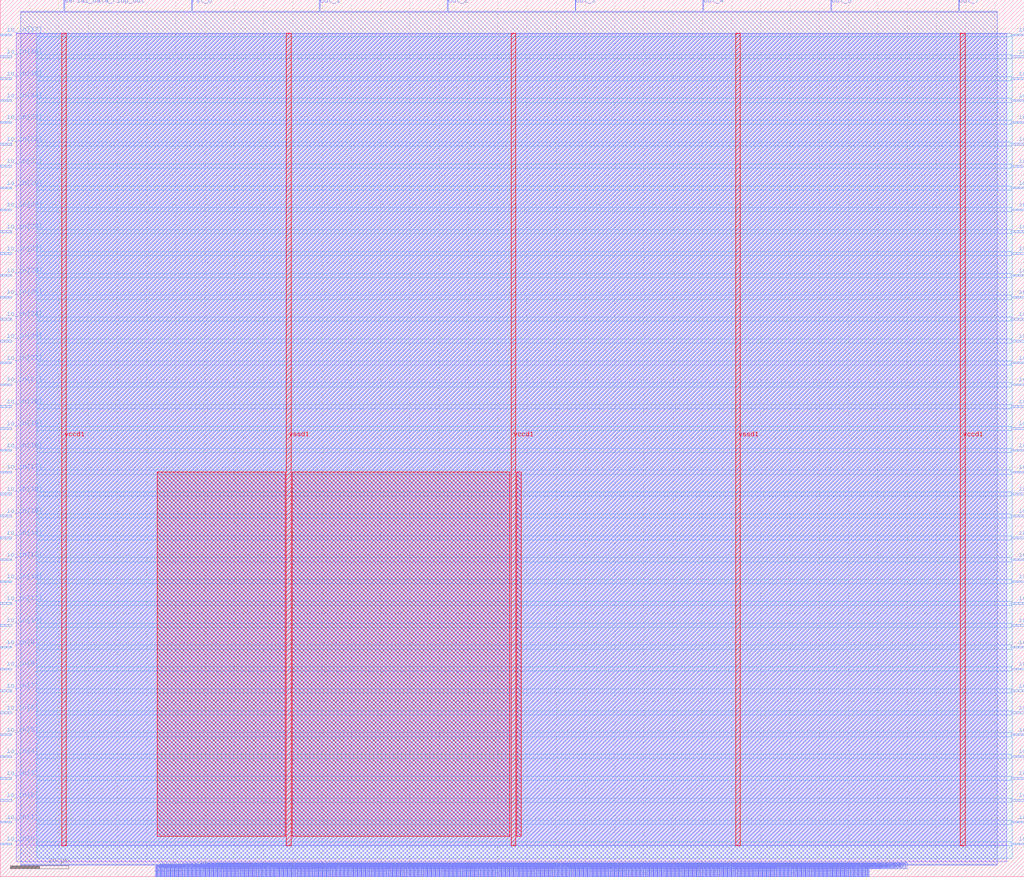
<source format=lef>
VERSION 5.7 ;
  NOWIREEXTENSIONATPIN ON ;
  DIVIDERCHAR "/" ;
  BUSBITCHARS "[]" ;
MACRO rlbp_macro
  CLASS BLOCK ;
  FOREIGN rlbp_macro ;
  ORIGIN 0.000 0.000 ;
  SIZE 350.000 BY 300.000 ;
  PIN io_in[0]
    DIRECTION INPUT ;
    USE SIGNAL ;
    PORT
      LAYER met3 ;
        RECT 0.000 10.920 4.000 11.520 ;
    END
  END io_in[0]
  PIN io_in[10]
    DIRECTION INPUT ;
    USE SIGNAL ;
    PORT
      LAYER met3 ;
        RECT 0.000 85.720 4.000 86.320 ;
    END
  END io_in[10]
  PIN io_in[11]
    DIRECTION INPUT ;
    USE SIGNAL ;
    PORT
      LAYER met3 ;
        RECT 0.000 93.200 4.000 93.800 ;
    END
  END io_in[11]
  PIN io_in[12]
    DIRECTION INPUT ;
    USE SIGNAL ;
    PORT
      LAYER met3 ;
        RECT 0.000 100.680 4.000 101.280 ;
    END
  END io_in[12]
  PIN io_in[13]
    DIRECTION INPUT ;
    USE SIGNAL ;
    PORT
      LAYER met3 ;
        RECT 0.000 108.160 4.000 108.760 ;
    END
  END io_in[13]
  PIN io_in[14]
    DIRECTION INPUT ;
    USE SIGNAL ;
    PORT
      LAYER met3 ;
        RECT 0.000 115.640 4.000 116.240 ;
    END
  END io_in[14]
  PIN io_in[15]
    DIRECTION INPUT ;
    USE SIGNAL ;
    PORT
      LAYER met3 ;
        RECT 0.000 123.120 4.000 123.720 ;
    END
  END io_in[15]
  PIN io_in[16]
    DIRECTION INPUT ;
    USE SIGNAL ;
    PORT
      LAYER met3 ;
        RECT 0.000 130.600 4.000 131.200 ;
    END
  END io_in[16]
  PIN io_in[17]
    DIRECTION INPUT ;
    USE SIGNAL ;
    PORT
      LAYER met3 ;
        RECT 0.000 138.080 4.000 138.680 ;
    END
  END io_in[17]
  PIN io_in[18]
    DIRECTION INPUT ;
    USE SIGNAL ;
    PORT
      LAYER met3 ;
        RECT 0.000 145.560 4.000 146.160 ;
    END
  END io_in[18]
  PIN io_in[19]
    DIRECTION INPUT ;
    USE SIGNAL ;
    PORT
      LAYER met3 ;
        RECT 0.000 153.040 4.000 153.640 ;
    END
  END io_in[19]
  PIN io_in[1]
    DIRECTION INPUT ;
    USE SIGNAL ;
    PORT
      LAYER met3 ;
        RECT 0.000 18.400 4.000 19.000 ;
    END
  END io_in[1]
  PIN io_in[20]
    DIRECTION INPUT ;
    USE SIGNAL ;
    PORT
      LAYER met3 ;
        RECT 0.000 160.520 4.000 161.120 ;
    END
  END io_in[20]
  PIN io_in[21]
    DIRECTION INPUT ;
    USE SIGNAL ;
    PORT
      LAYER met3 ;
        RECT 0.000 168.000 4.000 168.600 ;
    END
  END io_in[21]
  PIN io_in[22]
    DIRECTION INPUT ;
    USE SIGNAL ;
    PORT
      LAYER met3 ;
        RECT 0.000 175.480 4.000 176.080 ;
    END
  END io_in[22]
  PIN io_in[23]
    DIRECTION INPUT ;
    USE SIGNAL ;
    PORT
      LAYER met3 ;
        RECT 0.000 182.960 4.000 183.560 ;
    END
  END io_in[23]
  PIN io_in[24]
    DIRECTION INPUT ;
    USE SIGNAL ;
    PORT
      LAYER met3 ;
        RECT 0.000 190.440 4.000 191.040 ;
    END
  END io_in[24]
  PIN io_in[25]
    DIRECTION INPUT ;
    USE SIGNAL ;
    PORT
      LAYER met3 ;
        RECT 0.000 197.920 4.000 198.520 ;
    END
  END io_in[25]
  PIN io_in[26]
    DIRECTION INPUT ;
    USE SIGNAL ;
    PORT
      LAYER met3 ;
        RECT 0.000 205.400 4.000 206.000 ;
    END
  END io_in[26]
  PIN io_in[27]
    DIRECTION INPUT ;
    USE SIGNAL ;
    PORT
      LAYER met3 ;
        RECT 0.000 212.880 4.000 213.480 ;
    END
  END io_in[27]
  PIN io_in[28]
    DIRECTION INPUT ;
    USE SIGNAL ;
    PORT
      LAYER met3 ;
        RECT 0.000 220.360 4.000 220.960 ;
    END
  END io_in[28]
  PIN io_in[29]
    DIRECTION INPUT ;
    USE SIGNAL ;
    PORT
      LAYER met3 ;
        RECT 0.000 227.840 4.000 228.440 ;
    END
  END io_in[29]
  PIN io_in[2]
    DIRECTION INPUT ;
    USE SIGNAL ;
    PORT
      LAYER met3 ;
        RECT 0.000 25.880 4.000 26.480 ;
    END
  END io_in[2]
  PIN io_in[30]
    DIRECTION INPUT ;
    USE SIGNAL ;
    PORT
      LAYER met3 ;
        RECT 0.000 235.320 4.000 235.920 ;
    END
  END io_in[30]
  PIN io_in[31]
    DIRECTION INPUT ;
    USE SIGNAL ;
    PORT
      LAYER met3 ;
        RECT 0.000 242.800 4.000 243.400 ;
    END
  END io_in[31]
  PIN io_in[32]
    DIRECTION INPUT ;
    USE SIGNAL ;
    PORT
      LAYER met3 ;
        RECT 0.000 250.280 4.000 250.880 ;
    END
  END io_in[32]
  PIN io_in[33]
    DIRECTION INPUT ;
    USE SIGNAL ;
    PORT
      LAYER met3 ;
        RECT 0.000 257.760 4.000 258.360 ;
    END
  END io_in[33]
  PIN io_in[34]
    DIRECTION INPUT ;
    USE SIGNAL ;
    PORT
      LAYER met3 ;
        RECT 0.000 265.240 4.000 265.840 ;
    END
  END io_in[34]
  PIN io_in[35]
    DIRECTION INPUT ;
    USE SIGNAL ;
    PORT
      LAYER met3 ;
        RECT 0.000 272.720 4.000 273.320 ;
    END
  END io_in[35]
  PIN io_in[36]
    DIRECTION INPUT ;
    USE SIGNAL ;
    PORT
      LAYER met3 ;
        RECT 0.000 280.200 4.000 280.800 ;
    END
  END io_in[36]
  PIN io_in[37]
    DIRECTION INPUT ;
    USE SIGNAL ;
    PORT
      LAYER met3 ;
        RECT 0.000 287.680 4.000 288.280 ;
    END
  END io_in[37]
  PIN io_in[3]
    DIRECTION INPUT ;
    USE SIGNAL ;
    PORT
      LAYER met3 ;
        RECT 0.000 33.360 4.000 33.960 ;
    END
  END io_in[3]
  PIN io_in[4]
    DIRECTION INPUT ;
    USE SIGNAL ;
    PORT
      LAYER met3 ;
        RECT 0.000 40.840 4.000 41.440 ;
    END
  END io_in[4]
  PIN io_in[5]
    DIRECTION INPUT ;
    USE SIGNAL ;
    PORT
      LAYER met3 ;
        RECT 0.000 48.320 4.000 48.920 ;
    END
  END io_in[5]
  PIN io_in[6]
    DIRECTION INPUT ;
    USE SIGNAL ;
    PORT
      LAYER met3 ;
        RECT 0.000 55.800 4.000 56.400 ;
    END
  END io_in[6]
  PIN io_in[7]
    DIRECTION INPUT ;
    USE SIGNAL ;
    PORT
      LAYER met3 ;
        RECT 0.000 63.280 4.000 63.880 ;
    END
  END io_in[7]
  PIN io_in[8]
    DIRECTION INPUT ;
    USE SIGNAL ;
    PORT
      LAYER met3 ;
        RECT 0.000 70.760 4.000 71.360 ;
    END
  END io_in[8]
  PIN io_in[9]
    DIRECTION INPUT ;
    USE SIGNAL ;
    PORT
      LAYER met3 ;
        RECT 0.000 78.240 4.000 78.840 ;
    END
  END io_in[9]
  PIN io_oeb[0]
    DIRECTION OUTPUT TRISTATE ;
    USE SIGNAL ;
    PORT
      LAYER met2 ;
        RECT 279.770 0.000 280.050 4.000 ;
    END
  END io_oeb[0]
  PIN io_oeb[10]
    DIRECTION OUTPUT TRISTATE ;
    USE SIGNAL ;
    PORT
      LAYER met2 ;
        RECT 284.370 0.000 284.650 4.000 ;
    END
  END io_oeb[10]
  PIN io_oeb[11]
    DIRECTION OUTPUT TRISTATE ;
    USE SIGNAL ;
    PORT
      LAYER met2 ;
        RECT 284.830 0.000 285.110 4.000 ;
    END
  END io_oeb[11]
  PIN io_oeb[12]
    DIRECTION OUTPUT TRISTATE ;
    USE SIGNAL ;
    PORT
      LAYER met2 ;
        RECT 285.290 0.000 285.570 4.000 ;
    END
  END io_oeb[12]
  PIN io_oeb[13]
    DIRECTION OUTPUT TRISTATE ;
    USE SIGNAL ;
    PORT
      LAYER met2 ;
        RECT 285.750 0.000 286.030 4.000 ;
    END
  END io_oeb[13]
  PIN io_oeb[14]
    DIRECTION OUTPUT TRISTATE ;
    USE SIGNAL ;
    PORT
      LAYER met2 ;
        RECT 286.210 0.000 286.490 4.000 ;
    END
  END io_oeb[14]
  PIN io_oeb[15]
    DIRECTION OUTPUT TRISTATE ;
    USE SIGNAL ;
    PORT
      LAYER met2 ;
        RECT 286.670 0.000 286.950 4.000 ;
    END
  END io_oeb[15]
  PIN io_oeb[16]
    DIRECTION OUTPUT TRISTATE ;
    USE SIGNAL ;
    PORT
      LAYER met2 ;
        RECT 287.130 0.000 287.410 4.000 ;
    END
  END io_oeb[16]
  PIN io_oeb[17]
    DIRECTION OUTPUT TRISTATE ;
    USE SIGNAL ;
    PORT
      LAYER met2 ;
        RECT 287.590 0.000 287.870 4.000 ;
    END
  END io_oeb[17]
  PIN io_oeb[18]
    DIRECTION OUTPUT TRISTATE ;
    USE SIGNAL ;
    PORT
      LAYER met2 ;
        RECT 288.050 0.000 288.330 4.000 ;
    END
  END io_oeb[18]
  PIN io_oeb[19]
    DIRECTION OUTPUT TRISTATE ;
    USE SIGNAL ;
    PORT
      LAYER met2 ;
        RECT 288.510 0.000 288.790 4.000 ;
    END
  END io_oeb[19]
  PIN io_oeb[1]
    DIRECTION OUTPUT TRISTATE ;
    USE SIGNAL ;
    PORT
      LAYER met2 ;
        RECT 280.230 0.000 280.510 4.000 ;
    END
  END io_oeb[1]
  PIN io_oeb[20]
    DIRECTION OUTPUT TRISTATE ;
    USE SIGNAL ;
    PORT
      LAYER met2 ;
        RECT 288.970 0.000 289.250 4.000 ;
    END
  END io_oeb[20]
  PIN io_oeb[21]
    DIRECTION OUTPUT TRISTATE ;
    USE SIGNAL ;
    PORT
      LAYER met2 ;
        RECT 289.430 0.000 289.710 4.000 ;
    END
  END io_oeb[21]
  PIN io_oeb[22]
    DIRECTION OUTPUT TRISTATE ;
    USE SIGNAL ;
    PORT
      LAYER met2 ;
        RECT 289.890 0.000 290.170 4.000 ;
    END
  END io_oeb[22]
  PIN io_oeb[23]
    DIRECTION OUTPUT TRISTATE ;
    USE SIGNAL ;
    PORT
      LAYER met2 ;
        RECT 290.350 0.000 290.630 4.000 ;
    END
  END io_oeb[23]
  PIN io_oeb[24]
    DIRECTION OUTPUT TRISTATE ;
    USE SIGNAL ;
    PORT
      LAYER met2 ;
        RECT 290.810 0.000 291.090 4.000 ;
    END
  END io_oeb[24]
  PIN io_oeb[25]
    DIRECTION OUTPUT TRISTATE ;
    USE SIGNAL ;
    PORT
      LAYER met2 ;
        RECT 291.270 0.000 291.550 4.000 ;
    END
  END io_oeb[25]
  PIN io_oeb[26]
    DIRECTION OUTPUT TRISTATE ;
    USE SIGNAL ;
    PORT
      LAYER met2 ;
        RECT 291.730 0.000 292.010 4.000 ;
    END
  END io_oeb[26]
  PIN io_oeb[27]
    DIRECTION OUTPUT TRISTATE ;
    USE SIGNAL ;
    PORT
      LAYER met2 ;
        RECT 292.190 0.000 292.470 4.000 ;
    END
  END io_oeb[27]
  PIN io_oeb[28]
    DIRECTION OUTPUT TRISTATE ;
    USE SIGNAL ;
    PORT
      LAYER met2 ;
        RECT 292.650 0.000 292.930 4.000 ;
    END
  END io_oeb[28]
  PIN io_oeb[29]
    DIRECTION OUTPUT TRISTATE ;
    USE SIGNAL ;
    PORT
      LAYER met2 ;
        RECT 293.110 0.000 293.390 4.000 ;
    END
  END io_oeb[29]
  PIN io_oeb[2]
    DIRECTION OUTPUT TRISTATE ;
    USE SIGNAL ;
    PORT
      LAYER met2 ;
        RECT 280.690 0.000 280.970 4.000 ;
    END
  END io_oeb[2]
  PIN io_oeb[30]
    DIRECTION OUTPUT TRISTATE ;
    USE SIGNAL ;
    PORT
      LAYER met2 ;
        RECT 293.570 0.000 293.850 4.000 ;
    END
  END io_oeb[30]
  PIN io_oeb[31]
    DIRECTION OUTPUT TRISTATE ;
    USE SIGNAL ;
    PORT
      LAYER met2 ;
        RECT 294.030 0.000 294.310 4.000 ;
    END
  END io_oeb[31]
  PIN io_oeb[32]
    DIRECTION OUTPUT TRISTATE ;
    USE SIGNAL ;
    PORT
      LAYER met2 ;
        RECT 294.490 0.000 294.770 4.000 ;
    END
  END io_oeb[32]
  PIN io_oeb[33]
    DIRECTION OUTPUT TRISTATE ;
    USE SIGNAL ;
    PORT
      LAYER met2 ;
        RECT 294.950 0.000 295.230 4.000 ;
    END
  END io_oeb[33]
  PIN io_oeb[34]
    DIRECTION OUTPUT TRISTATE ;
    USE SIGNAL ;
    PORT
      LAYER met2 ;
        RECT 295.410 0.000 295.690 4.000 ;
    END
  END io_oeb[34]
  PIN io_oeb[35]
    DIRECTION OUTPUT TRISTATE ;
    USE SIGNAL ;
    PORT
      LAYER met2 ;
        RECT 295.870 0.000 296.150 4.000 ;
    END
  END io_oeb[35]
  PIN io_oeb[36]
    DIRECTION OUTPUT TRISTATE ;
    USE SIGNAL ;
    PORT
      LAYER met2 ;
        RECT 296.330 0.000 296.610 4.000 ;
    END
  END io_oeb[36]
  PIN io_oeb[37]
    DIRECTION OUTPUT TRISTATE ;
    USE SIGNAL ;
    PORT
      LAYER met2 ;
        RECT 296.790 0.000 297.070 4.000 ;
    END
  END io_oeb[37]
  PIN io_oeb[3]
    DIRECTION OUTPUT TRISTATE ;
    USE SIGNAL ;
    PORT
      LAYER met2 ;
        RECT 281.150 0.000 281.430 4.000 ;
    END
  END io_oeb[3]
  PIN io_oeb[4]
    DIRECTION OUTPUT TRISTATE ;
    USE SIGNAL ;
    PORT
      LAYER met2 ;
        RECT 281.610 0.000 281.890 4.000 ;
    END
  END io_oeb[4]
  PIN io_oeb[5]
    DIRECTION OUTPUT TRISTATE ;
    USE SIGNAL ;
    PORT
      LAYER met2 ;
        RECT 282.070 0.000 282.350 4.000 ;
    END
  END io_oeb[5]
  PIN io_oeb[6]
    DIRECTION OUTPUT TRISTATE ;
    USE SIGNAL ;
    PORT
      LAYER met2 ;
        RECT 282.530 0.000 282.810 4.000 ;
    END
  END io_oeb[6]
  PIN io_oeb[7]
    DIRECTION OUTPUT TRISTATE ;
    USE SIGNAL ;
    PORT
      LAYER met2 ;
        RECT 282.990 0.000 283.270 4.000 ;
    END
  END io_oeb[7]
  PIN io_oeb[8]
    DIRECTION OUTPUT TRISTATE ;
    USE SIGNAL ;
    PORT
      LAYER met2 ;
        RECT 283.450 0.000 283.730 4.000 ;
    END
  END io_oeb[8]
  PIN io_oeb[9]
    DIRECTION OUTPUT TRISTATE ;
    USE SIGNAL ;
    PORT
      LAYER met2 ;
        RECT 283.910 0.000 284.190 4.000 ;
    END
  END io_oeb[9]
  PIN io_out[0]
    DIRECTION OUTPUT TRISTATE ;
    USE SIGNAL ;
    PORT
      LAYER met3 ;
        RECT 346.000 10.920 350.000 11.520 ;
    END
  END io_out[0]
  PIN io_out[10]
    DIRECTION OUTPUT TRISTATE ;
    USE SIGNAL ;
    PORT
      LAYER met3 ;
        RECT 346.000 85.720 350.000 86.320 ;
    END
  END io_out[10]
  PIN io_out[11]
    DIRECTION OUTPUT TRISTATE ;
    USE SIGNAL ;
    PORT
      LAYER met3 ;
        RECT 346.000 93.200 350.000 93.800 ;
    END
  END io_out[11]
  PIN io_out[12]
    DIRECTION OUTPUT TRISTATE ;
    USE SIGNAL ;
    PORT
      LAYER met3 ;
        RECT 346.000 100.680 350.000 101.280 ;
    END
  END io_out[12]
  PIN io_out[13]
    DIRECTION OUTPUT TRISTATE ;
    USE SIGNAL ;
    PORT
      LAYER met3 ;
        RECT 346.000 108.160 350.000 108.760 ;
    END
  END io_out[13]
  PIN io_out[14]
    DIRECTION OUTPUT TRISTATE ;
    USE SIGNAL ;
    PORT
      LAYER met3 ;
        RECT 346.000 115.640 350.000 116.240 ;
    END
  END io_out[14]
  PIN io_out[15]
    DIRECTION OUTPUT TRISTATE ;
    USE SIGNAL ;
    PORT
      LAYER met3 ;
        RECT 346.000 123.120 350.000 123.720 ;
    END
  END io_out[15]
  PIN io_out[16]
    DIRECTION OUTPUT TRISTATE ;
    USE SIGNAL ;
    PORT
      LAYER met3 ;
        RECT 346.000 130.600 350.000 131.200 ;
    END
  END io_out[16]
  PIN io_out[17]
    DIRECTION OUTPUT TRISTATE ;
    USE SIGNAL ;
    PORT
      LAYER met3 ;
        RECT 346.000 138.080 350.000 138.680 ;
    END
  END io_out[17]
  PIN io_out[18]
    DIRECTION OUTPUT TRISTATE ;
    USE SIGNAL ;
    PORT
      LAYER met3 ;
        RECT 346.000 145.560 350.000 146.160 ;
    END
  END io_out[18]
  PIN io_out[19]
    DIRECTION OUTPUT TRISTATE ;
    USE SIGNAL ;
    PORT
      LAYER met3 ;
        RECT 346.000 153.040 350.000 153.640 ;
    END
  END io_out[19]
  PIN io_out[1]
    DIRECTION OUTPUT TRISTATE ;
    USE SIGNAL ;
    PORT
      LAYER met3 ;
        RECT 346.000 18.400 350.000 19.000 ;
    END
  END io_out[1]
  PIN io_out[20]
    DIRECTION OUTPUT TRISTATE ;
    USE SIGNAL ;
    PORT
      LAYER met3 ;
        RECT 346.000 160.520 350.000 161.120 ;
    END
  END io_out[20]
  PIN io_out[21]
    DIRECTION OUTPUT TRISTATE ;
    USE SIGNAL ;
    PORT
      LAYER met3 ;
        RECT 346.000 168.000 350.000 168.600 ;
    END
  END io_out[21]
  PIN io_out[22]
    DIRECTION OUTPUT TRISTATE ;
    USE SIGNAL ;
    PORT
      LAYER met3 ;
        RECT 346.000 175.480 350.000 176.080 ;
    END
  END io_out[22]
  PIN io_out[23]
    DIRECTION OUTPUT TRISTATE ;
    USE SIGNAL ;
    PORT
      LAYER met3 ;
        RECT 346.000 182.960 350.000 183.560 ;
    END
  END io_out[23]
  PIN io_out[24]
    DIRECTION OUTPUT TRISTATE ;
    USE SIGNAL ;
    PORT
      LAYER met3 ;
        RECT 346.000 190.440 350.000 191.040 ;
    END
  END io_out[24]
  PIN io_out[25]
    DIRECTION OUTPUT TRISTATE ;
    USE SIGNAL ;
    PORT
      LAYER met3 ;
        RECT 346.000 197.920 350.000 198.520 ;
    END
  END io_out[25]
  PIN io_out[26]
    DIRECTION OUTPUT TRISTATE ;
    USE SIGNAL ;
    PORT
      LAYER met3 ;
        RECT 346.000 205.400 350.000 206.000 ;
    END
  END io_out[26]
  PIN io_out[27]
    DIRECTION OUTPUT TRISTATE ;
    USE SIGNAL ;
    PORT
      LAYER met3 ;
        RECT 346.000 212.880 350.000 213.480 ;
    END
  END io_out[27]
  PIN io_out[28]
    DIRECTION OUTPUT TRISTATE ;
    USE SIGNAL ;
    PORT
      LAYER met3 ;
        RECT 346.000 220.360 350.000 220.960 ;
    END
  END io_out[28]
  PIN io_out[29]
    DIRECTION OUTPUT TRISTATE ;
    USE SIGNAL ;
    PORT
      LAYER met3 ;
        RECT 346.000 227.840 350.000 228.440 ;
    END
  END io_out[29]
  PIN io_out[2]
    DIRECTION OUTPUT TRISTATE ;
    USE SIGNAL ;
    PORT
      LAYER met3 ;
        RECT 346.000 25.880 350.000 26.480 ;
    END
  END io_out[2]
  PIN io_out[30]
    DIRECTION OUTPUT TRISTATE ;
    USE SIGNAL ;
    PORT
      LAYER met3 ;
        RECT 346.000 235.320 350.000 235.920 ;
    END
  END io_out[30]
  PIN io_out[31]
    DIRECTION OUTPUT TRISTATE ;
    USE SIGNAL ;
    PORT
      LAYER met3 ;
        RECT 346.000 242.800 350.000 243.400 ;
    END
  END io_out[31]
  PIN io_out[32]
    DIRECTION OUTPUT TRISTATE ;
    USE SIGNAL ;
    PORT
      LAYER met3 ;
        RECT 346.000 250.280 350.000 250.880 ;
    END
  END io_out[32]
  PIN io_out[33]
    DIRECTION OUTPUT TRISTATE ;
    USE SIGNAL ;
    PORT
      LAYER met3 ;
        RECT 346.000 257.760 350.000 258.360 ;
    END
  END io_out[33]
  PIN io_out[34]
    DIRECTION OUTPUT TRISTATE ;
    USE SIGNAL ;
    PORT
      LAYER met3 ;
        RECT 346.000 265.240 350.000 265.840 ;
    END
  END io_out[34]
  PIN io_out[35]
    DIRECTION OUTPUT TRISTATE ;
    USE SIGNAL ;
    PORT
      LAYER met3 ;
        RECT 346.000 272.720 350.000 273.320 ;
    END
  END io_out[35]
  PIN io_out[36]
    DIRECTION OUTPUT TRISTATE ;
    USE SIGNAL ;
    PORT
      LAYER met3 ;
        RECT 346.000 280.200 350.000 280.800 ;
    END
  END io_out[36]
  PIN io_out[37]
    DIRECTION OUTPUT TRISTATE ;
    USE SIGNAL ;
    PORT
      LAYER met3 ;
        RECT 346.000 287.680 350.000 288.280 ;
    END
  END io_out[37]
  PIN io_out[3]
    DIRECTION OUTPUT TRISTATE ;
    USE SIGNAL ;
    PORT
      LAYER met3 ;
        RECT 346.000 33.360 350.000 33.960 ;
    END
  END io_out[3]
  PIN io_out[4]
    DIRECTION OUTPUT TRISTATE ;
    USE SIGNAL ;
    PORT
      LAYER met3 ;
        RECT 346.000 40.840 350.000 41.440 ;
    END
  END io_out[4]
  PIN io_out[5]
    DIRECTION OUTPUT TRISTATE ;
    USE SIGNAL ;
    PORT
      LAYER met3 ;
        RECT 346.000 48.320 350.000 48.920 ;
    END
  END io_out[5]
  PIN io_out[6]
    DIRECTION OUTPUT TRISTATE ;
    USE SIGNAL ;
    PORT
      LAYER met3 ;
        RECT 346.000 55.800 350.000 56.400 ;
    END
  END io_out[6]
  PIN io_out[7]
    DIRECTION OUTPUT TRISTATE ;
    USE SIGNAL ;
    PORT
      LAYER met3 ;
        RECT 346.000 63.280 350.000 63.880 ;
    END
  END io_out[7]
  PIN io_out[8]
    DIRECTION OUTPUT TRISTATE ;
    USE SIGNAL ;
    PORT
      LAYER met3 ;
        RECT 346.000 70.760 350.000 71.360 ;
    END
  END io_out[8]
  PIN io_out[9]
    DIRECTION OUTPUT TRISTATE ;
    USE SIGNAL ;
    PORT
      LAYER met3 ;
        RECT 346.000 78.240 350.000 78.840 ;
    END
  END io_out[9]
  PIN irq[0]
    DIRECTION OUTPUT TRISTATE ;
    USE SIGNAL ;
    PORT
      LAYER met2 ;
        RECT 278.390 0.000 278.670 4.000 ;
    END
  END irq[0]
  PIN irq[1]
    DIRECTION OUTPUT TRISTATE ;
    USE SIGNAL ;
    PORT
      LAYER met2 ;
        RECT 278.850 0.000 279.130 4.000 ;
    END
  END irq[1]
  PIN irq[2]
    DIRECTION OUTPUT TRISTATE ;
    USE SIGNAL ;
    PORT
      LAYER met2 ;
        RECT 279.310 0.000 279.590 4.000 ;
    END
  END irq[2]
  PIN la_data_in[0]
    DIRECTION INPUT ;
    USE SIGNAL ;
    PORT
      LAYER met2 ;
        RECT 101.750 0.000 102.030 4.000 ;
    END
  END la_data_in[0]
  PIN la_data_in[100]
    DIRECTION INPUT ;
    USE SIGNAL ;
    PORT
      LAYER met2 ;
        RECT 239.750 0.000 240.030 4.000 ;
    END
  END la_data_in[100]
  PIN la_data_in[101]
    DIRECTION INPUT ;
    USE SIGNAL ;
    PORT
      LAYER met2 ;
        RECT 241.130 0.000 241.410 4.000 ;
    END
  END la_data_in[101]
  PIN la_data_in[102]
    DIRECTION INPUT ;
    USE SIGNAL ;
    PORT
      LAYER met2 ;
        RECT 242.510 0.000 242.790 4.000 ;
    END
  END la_data_in[102]
  PIN la_data_in[103]
    DIRECTION INPUT ;
    USE SIGNAL ;
    PORT
      LAYER met2 ;
        RECT 243.890 0.000 244.170 4.000 ;
    END
  END la_data_in[103]
  PIN la_data_in[104]
    DIRECTION INPUT ;
    USE SIGNAL ;
    PORT
      LAYER met2 ;
        RECT 245.270 0.000 245.550 4.000 ;
    END
  END la_data_in[104]
  PIN la_data_in[105]
    DIRECTION INPUT ;
    USE SIGNAL ;
    PORT
      LAYER met2 ;
        RECT 246.650 0.000 246.930 4.000 ;
    END
  END la_data_in[105]
  PIN la_data_in[106]
    DIRECTION INPUT ;
    USE SIGNAL ;
    PORT
      LAYER met2 ;
        RECT 248.030 0.000 248.310 4.000 ;
    END
  END la_data_in[106]
  PIN la_data_in[107]
    DIRECTION INPUT ;
    USE SIGNAL ;
    PORT
      LAYER met2 ;
        RECT 249.410 0.000 249.690 4.000 ;
    END
  END la_data_in[107]
  PIN la_data_in[108]
    DIRECTION INPUT ;
    USE SIGNAL ;
    PORT
      LAYER met2 ;
        RECT 250.790 0.000 251.070 4.000 ;
    END
  END la_data_in[108]
  PIN la_data_in[109]
    DIRECTION INPUT ;
    USE SIGNAL ;
    PORT
      LAYER met2 ;
        RECT 252.170 0.000 252.450 4.000 ;
    END
  END la_data_in[109]
  PIN la_data_in[10]
    DIRECTION INPUT ;
    USE SIGNAL ;
    PORT
      LAYER met2 ;
        RECT 115.550 0.000 115.830 4.000 ;
    END
  END la_data_in[10]
  PIN la_data_in[110]
    DIRECTION INPUT ;
    USE SIGNAL ;
    PORT
      LAYER met2 ;
        RECT 253.550 0.000 253.830 4.000 ;
    END
  END la_data_in[110]
  PIN la_data_in[111]
    DIRECTION INPUT ;
    USE SIGNAL ;
    PORT
      LAYER met2 ;
        RECT 254.930 0.000 255.210 4.000 ;
    END
  END la_data_in[111]
  PIN la_data_in[112]
    DIRECTION INPUT ;
    USE SIGNAL ;
    PORT
      LAYER met2 ;
        RECT 256.310 0.000 256.590 4.000 ;
    END
  END la_data_in[112]
  PIN la_data_in[113]
    DIRECTION INPUT ;
    USE SIGNAL ;
    PORT
      LAYER met2 ;
        RECT 257.690 0.000 257.970 4.000 ;
    END
  END la_data_in[113]
  PIN la_data_in[114]
    DIRECTION INPUT ;
    USE SIGNAL ;
    PORT
      LAYER met2 ;
        RECT 259.070 0.000 259.350 4.000 ;
    END
  END la_data_in[114]
  PIN la_data_in[115]
    DIRECTION INPUT ;
    USE SIGNAL ;
    PORT
      LAYER met2 ;
        RECT 260.450 0.000 260.730 4.000 ;
    END
  END la_data_in[115]
  PIN la_data_in[116]
    DIRECTION INPUT ;
    USE SIGNAL ;
    PORT
      LAYER met2 ;
        RECT 261.830 0.000 262.110 4.000 ;
    END
  END la_data_in[116]
  PIN la_data_in[117]
    DIRECTION INPUT ;
    USE SIGNAL ;
    PORT
      LAYER met2 ;
        RECT 263.210 0.000 263.490 4.000 ;
    END
  END la_data_in[117]
  PIN la_data_in[118]
    DIRECTION INPUT ;
    USE SIGNAL ;
    PORT
      LAYER met2 ;
        RECT 264.590 0.000 264.870 4.000 ;
    END
  END la_data_in[118]
  PIN la_data_in[119]
    DIRECTION INPUT ;
    USE SIGNAL ;
    PORT
      LAYER met2 ;
        RECT 265.970 0.000 266.250 4.000 ;
    END
  END la_data_in[119]
  PIN la_data_in[11]
    DIRECTION INPUT ;
    USE SIGNAL ;
    PORT
      LAYER met2 ;
        RECT 116.930 0.000 117.210 4.000 ;
    END
  END la_data_in[11]
  PIN la_data_in[120]
    DIRECTION INPUT ;
    USE SIGNAL ;
    PORT
      LAYER met2 ;
        RECT 267.350 0.000 267.630 4.000 ;
    END
  END la_data_in[120]
  PIN la_data_in[121]
    DIRECTION INPUT ;
    USE SIGNAL ;
    PORT
      LAYER met2 ;
        RECT 268.730 0.000 269.010 4.000 ;
    END
  END la_data_in[121]
  PIN la_data_in[122]
    DIRECTION INPUT ;
    USE SIGNAL ;
    PORT
      LAYER met2 ;
        RECT 270.110 0.000 270.390 4.000 ;
    END
  END la_data_in[122]
  PIN la_data_in[123]
    DIRECTION INPUT ;
    USE SIGNAL ;
    PORT
      LAYER met2 ;
        RECT 271.490 0.000 271.770 4.000 ;
    END
  END la_data_in[123]
  PIN la_data_in[124]
    DIRECTION INPUT ;
    USE SIGNAL ;
    PORT
      LAYER met2 ;
        RECT 272.870 0.000 273.150 4.000 ;
    END
  END la_data_in[124]
  PIN la_data_in[125]
    DIRECTION INPUT ;
    USE SIGNAL ;
    PORT
      LAYER met2 ;
        RECT 274.250 0.000 274.530 4.000 ;
    END
  END la_data_in[125]
  PIN la_data_in[126]
    DIRECTION INPUT ;
    USE SIGNAL ;
    PORT
      LAYER met2 ;
        RECT 275.630 0.000 275.910 4.000 ;
    END
  END la_data_in[126]
  PIN la_data_in[127]
    DIRECTION INPUT ;
    USE SIGNAL ;
    PORT
      LAYER met2 ;
        RECT 277.010 0.000 277.290 4.000 ;
    END
  END la_data_in[127]
  PIN la_data_in[12]
    DIRECTION INPUT ;
    USE SIGNAL ;
    PORT
      LAYER met2 ;
        RECT 118.310 0.000 118.590 4.000 ;
    END
  END la_data_in[12]
  PIN la_data_in[13]
    DIRECTION INPUT ;
    USE SIGNAL ;
    PORT
      LAYER met2 ;
        RECT 119.690 0.000 119.970 4.000 ;
    END
  END la_data_in[13]
  PIN la_data_in[14]
    DIRECTION INPUT ;
    USE SIGNAL ;
    PORT
      LAYER met2 ;
        RECT 121.070 0.000 121.350 4.000 ;
    END
  END la_data_in[14]
  PIN la_data_in[15]
    DIRECTION INPUT ;
    USE SIGNAL ;
    PORT
      LAYER met2 ;
        RECT 122.450 0.000 122.730 4.000 ;
    END
  END la_data_in[15]
  PIN la_data_in[16]
    DIRECTION INPUT ;
    USE SIGNAL ;
    PORT
      LAYER met2 ;
        RECT 123.830 0.000 124.110 4.000 ;
    END
  END la_data_in[16]
  PIN la_data_in[17]
    DIRECTION INPUT ;
    USE SIGNAL ;
    PORT
      LAYER met2 ;
        RECT 125.210 0.000 125.490 4.000 ;
    END
  END la_data_in[17]
  PIN la_data_in[18]
    DIRECTION INPUT ;
    USE SIGNAL ;
    PORT
      LAYER met2 ;
        RECT 126.590 0.000 126.870 4.000 ;
    END
  END la_data_in[18]
  PIN la_data_in[19]
    DIRECTION INPUT ;
    USE SIGNAL ;
    PORT
      LAYER met2 ;
        RECT 127.970 0.000 128.250 4.000 ;
    END
  END la_data_in[19]
  PIN la_data_in[1]
    DIRECTION INPUT ;
    USE SIGNAL ;
    PORT
      LAYER met2 ;
        RECT 103.130 0.000 103.410 4.000 ;
    END
  END la_data_in[1]
  PIN la_data_in[20]
    DIRECTION INPUT ;
    USE SIGNAL ;
    PORT
      LAYER met2 ;
        RECT 129.350 0.000 129.630 4.000 ;
    END
  END la_data_in[20]
  PIN la_data_in[21]
    DIRECTION INPUT ;
    USE SIGNAL ;
    PORT
      LAYER met2 ;
        RECT 130.730 0.000 131.010 4.000 ;
    END
  END la_data_in[21]
  PIN la_data_in[22]
    DIRECTION INPUT ;
    USE SIGNAL ;
    PORT
      LAYER met2 ;
        RECT 132.110 0.000 132.390 4.000 ;
    END
  END la_data_in[22]
  PIN la_data_in[23]
    DIRECTION INPUT ;
    USE SIGNAL ;
    PORT
      LAYER met2 ;
        RECT 133.490 0.000 133.770 4.000 ;
    END
  END la_data_in[23]
  PIN la_data_in[24]
    DIRECTION INPUT ;
    USE SIGNAL ;
    PORT
      LAYER met2 ;
        RECT 134.870 0.000 135.150 4.000 ;
    END
  END la_data_in[24]
  PIN la_data_in[25]
    DIRECTION INPUT ;
    USE SIGNAL ;
    PORT
      LAYER met2 ;
        RECT 136.250 0.000 136.530 4.000 ;
    END
  END la_data_in[25]
  PIN la_data_in[26]
    DIRECTION INPUT ;
    USE SIGNAL ;
    PORT
      LAYER met2 ;
        RECT 137.630 0.000 137.910 4.000 ;
    END
  END la_data_in[26]
  PIN la_data_in[27]
    DIRECTION INPUT ;
    USE SIGNAL ;
    PORT
      LAYER met2 ;
        RECT 139.010 0.000 139.290 4.000 ;
    END
  END la_data_in[27]
  PIN la_data_in[28]
    DIRECTION INPUT ;
    USE SIGNAL ;
    PORT
      LAYER met2 ;
        RECT 140.390 0.000 140.670 4.000 ;
    END
  END la_data_in[28]
  PIN la_data_in[29]
    DIRECTION INPUT ;
    USE SIGNAL ;
    PORT
      LAYER met2 ;
        RECT 141.770 0.000 142.050 4.000 ;
    END
  END la_data_in[29]
  PIN la_data_in[2]
    DIRECTION INPUT ;
    USE SIGNAL ;
    PORT
      LAYER met2 ;
        RECT 104.510 0.000 104.790 4.000 ;
    END
  END la_data_in[2]
  PIN la_data_in[30]
    DIRECTION INPUT ;
    USE SIGNAL ;
    PORT
      LAYER met2 ;
        RECT 143.150 0.000 143.430 4.000 ;
    END
  END la_data_in[30]
  PIN la_data_in[31]
    DIRECTION INPUT ;
    USE SIGNAL ;
    PORT
      LAYER met2 ;
        RECT 144.530 0.000 144.810 4.000 ;
    END
  END la_data_in[31]
  PIN la_data_in[32]
    DIRECTION INPUT ;
    USE SIGNAL ;
    PORT
      LAYER met2 ;
        RECT 145.910 0.000 146.190 4.000 ;
    END
  END la_data_in[32]
  PIN la_data_in[33]
    DIRECTION INPUT ;
    USE SIGNAL ;
    PORT
      LAYER met2 ;
        RECT 147.290 0.000 147.570 4.000 ;
    END
  END la_data_in[33]
  PIN la_data_in[34]
    DIRECTION INPUT ;
    USE SIGNAL ;
    PORT
      LAYER met2 ;
        RECT 148.670 0.000 148.950 4.000 ;
    END
  END la_data_in[34]
  PIN la_data_in[35]
    DIRECTION INPUT ;
    USE SIGNAL ;
    PORT
      LAYER met2 ;
        RECT 150.050 0.000 150.330 4.000 ;
    END
  END la_data_in[35]
  PIN la_data_in[36]
    DIRECTION INPUT ;
    USE SIGNAL ;
    PORT
      LAYER met2 ;
        RECT 151.430 0.000 151.710 4.000 ;
    END
  END la_data_in[36]
  PIN la_data_in[37]
    DIRECTION INPUT ;
    USE SIGNAL ;
    PORT
      LAYER met2 ;
        RECT 152.810 0.000 153.090 4.000 ;
    END
  END la_data_in[37]
  PIN la_data_in[38]
    DIRECTION INPUT ;
    USE SIGNAL ;
    PORT
      LAYER met2 ;
        RECT 154.190 0.000 154.470 4.000 ;
    END
  END la_data_in[38]
  PIN la_data_in[39]
    DIRECTION INPUT ;
    USE SIGNAL ;
    PORT
      LAYER met2 ;
        RECT 155.570 0.000 155.850 4.000 ;
    END
  END la_data_in[39]
  PIN la_data_in[3]
    DIRECTION INPUT ;
    USE SIGNAL ;
    PORT
      LAYER met2 ;
        RECT 105.890 0.000 106.170 4.000 ;
    END
  END la_data_in[3]
  PIN la_data_in[40]
    DIRECTION INPUT ;
    USE SIGNAL ;
    PORT
      LAYER met2 ;
        RECT 156.950 0.000 157.230 4.000 ;
    END
  END la_data_in[40]
  PIN la_data_in[41]
    DIRECTION INPUT ;
    USE SIGNAL ;
    PORT
      LAYER met2 ;
        RECT 158.330 0.000 158.610 4.000 ;
    END
  END la_data_in[41]
  PIN la_data_in[42]
    DIRECTION INPUT ;
    USE SIGNAL ;
    PORT
      LAYER met2 ;
        RECT 159.710 0.000 159.990 4.000 ;
    END
  END la_data_in[42]
  PIN la_data_in[43]
    DIRECTION INPUT ;
    USE SIGNAL ;
    PORT
      LAYER met2 ;
        RECT 161.090 0.000 161.370 4.000 ;
    END
  END la_data_in[43]
  PIN la_data_in[44]
    DIRECTION INPUT ;
    USE SIGNAL ;
    PORT
      LAYER met2 ;
        RECT 162.470 0.000 162.750 4.000 ;
    END
  END la_data_in[44]
  PIN la_data_in[45]
    DIRECTION INPUT ;
    USE SIGNAL ;
    PORT
      LAYER met2 ;
        RECT 163.850 0.000 164.130 4.000 ;
    END
  END la_data_in[45]
  PIN la_data_in[46]
    DIRECTION INPUT ;
    USE SIGNAL ;
    PORT
      LAYER met2 ;
        RECT 165.230 0.000 165.510 4.000 ;
    END
  END la_data_in[46]
  PIN la_data_in[47]
    DIRECTION INPUT ;
    USE SIGNAL ;
    PORT
      LAYER met2 ;
        RECT 166.610 0.000 166.890 4.000 ;
    END
  END la_data_in[47]
  PIN la_data_in[48]
    DIRECTION INPUT ;
    USE SIGNAL ;
    PORT
      LAYER met2 ;
        RECT 167.990 0.000 168.270 4.000 ;
    END
  END la_data_in[48]
  PIN la_data_in[49]
    DIRECTION INPUT ;
    USE SIGNAL ;
    PORT
      LAYER met2 ;
        RECT 169.370 0.000 169.650 4.000 ;
    END
  END la_data_in[49]
  PIN la_data_in[4]
    DIRECTION INPUT ;
    USE SIGNAL ;
    PORT
      LAYER met2 ;
        RECT 107.270 0.000 107.550 4.000 ;
    END
  END la_data_in[4]
  PIN la_data_in[50]
    DIRECTION INPUT ;
    USE SIGNAL ;
    PORT
      LAYER met2 ;
        RECT 170.750 0.000 171.030 4.000 ;
    END
  END la_data_in[50]
  PIN la_data_in[51]
    DIRECTION INPUT ;
    USE SIGNAL ;
    PORT
      LAYER met2 ;
        RECT 172.130 0.000 172.410 4.000 ;
    END
  END la_data_in[51]
  PIN la_data_in[52]
    DIRECTION INPUT ;
    USE SIGNAL ;
    PORT
      LAYER met2 ;
        RECT 173.510 0.000 173.790 4.000 ;
    END
  END la_data_in[52]
  PIN la_data_in[53]
    DIRECTION INPUT ;
    USE SIGNAL ;
    PORT
      LAYER met2 ;
        RECT 174.890 0.000 175.170 4.000 ;
    END
  END la_data_in[53]
  PIN la_data_in[54]
    DIRECTION INPUT ;
    USE SIGNAL ;
    PORT
      LAYER met2 ;
        RECT 176.270 0.000 176.550 4.000 ;
    END
  END la_data_in[54]
  PIN la_data_in[55]
    DIRECTION INPUT ;
    USE SIGNAL ;
    PORT
      LAYER met2 ;
        RECT 177.650 0.000 177.930 4.000 ;
    END
  END la_data_in[55]
  PIN la_data_in[56]
    DIRECTION INPUT ;
    USE SIGNAL ;
    PORT
      LAYER met2 ;
        RECT 179.030 0.000 179.310 4.000 ;
    END
  END la_data_in[56]
  PIN la_data_in[57]
    DIRECTION INPUT ;
    USE SIGNAL ;
    PORT
      LAYER met2 ;
        RECT 180.410 0.000 180.690 4.000 ;
    END
  END la_data_in[57]
  PIN la_data_in[58]
    DIRECTION INPUT ;
    USE SIGNAL ;
    PORT
      LAYER met2 ;
        RECT 181.790 0.000 182.070 4.000 ;
    END
  END la_data_in[58]
  PIN la_data_in[59]
    DIRECTION INPUT ;
    USE SIGNAL ;
    PORT
      LAYER met2 ;
        RECT 183.170 0.000 183.450 4.000 ;
    END
  END la_data_in[59]
  PIN la_data_in[5]
    DIRECTION INPUT ;
    USE SIGNAL ;
    PORT
      LAYER met2 ;
        RECT 108.650 0.000 108.930 4.000 ;
    END
  END la_data_in[5]
  PIN la_data_in[60]
    DIRECTION INPUT ;
    USE SIGNAL ;
    PORT
      LAYER met2 ;
        RECT 184.550 0.000 184.830 4.000 ;
    END
  END la_data_in[60]
  PIN la_data_in[61]
    DIRECTION INPUT ;
    USE SIGNAL ;
    PORT
      LAYER met2 ;
        RECT 185.930 0.000 186.210 4.000 ;
    END
  END la_data_in[61]
  PIN la_data_in[62]
    DIRECTION INPUT ;
    USE SIGNAL ;
    PORT
      LAYER met2 ;
        RECT 187.310 0.000 187.590 4.000 ;
    END
  END la_data_in[62]
  PIN la_data_in[63]
    DIRECTION INPUT ;
    USE SIGNAL ;
    PORT
      LAYER met2 ;
        RECT 188.690 0.000 188.970 4.000 ;
    END
  END la_data_in[63]
  PIN la_data_in[64]
    DIRECTION INPUT ;
    USE SIGNAL ;
    PORT
      LAYER met2 ;
        RECT 190.070 0.000 190.350 4.000 ;
    END
  END la_data_in[64]
  PIN la_data_in[65]
    DIRECTION INPUT ;
    USE SIGNAL ;
    PORT
      LAYER met2 ;
        RECT 191.450 0.000 191.730 4.000 ;
    END
  END la_data_in[65]
  PIN la_data_in[66]
    DIRECTION INPUT ;
    USE SIGNAL ;
    PORT
      LAYER met2 ;
        RECT 192.830 0.000 193.110 4.000 ;
    END
  END la_data_in[66]
  PIN la_data_in[67]
    DIRECTION INPUT ;
    USE SIGNAL ;
    PORT
      LAYER met2 ;
        RECT 194.210 0.000 194.490 4.000 ;
    END
  END la_data_in[67]
  PIN la_data_in[68]
    DIRECTION INPUT ;
    USE SIGNAL ;
    PORT
      LAYER met2 ;
        RECT 195.590 0.000 195.870 4.000 ;
    END
  END la_data_in[68]
  PIN la_data_in[69]
    DIRECTION INPUT ;
    USE SIGNAL ;
    PORT
      LAYER met2 ;
        RECT 196.970 0.000 197.250 4.000 ;
    END
  END la_data_in[69]
  PIN la_data_in[6]
    DIRECTION INPUT ;
    USE SIGNAL ;
    PORT
      LAYER met2 ;
        RECT 110.030 0.000 110.310 4.000 ;
    END
  END la_data_in[6]
  PIN la_data_in[70]
    DIRECTION INPUT ;
    USE SIGNAL ;
    PORT
      LAYER met2 ;
        RECT 198.350 0.000 198.630 4.000 ;
    END
  END la_data_in[70]
  PIN la_data_in[71]
    DIRECTION INPUT ;
    USE SIGNAL ;
    PORT
      LAYER met2 ;
        RECT 199.730 0.000 200.010 4.000 ;
    END
  END la_data_in[71]
  PIN la_data_in[72]
    DIRECTION INPUT ;
    USE SIGNAL ;
    PORT
      LAYER met2 ;
        RECT 201.110 0.000 201.390 4.000 ;
    END
  END la_data_in[72]
  PIN la_data_in[73]
    DIRECTION INPUT ;
    USE SIGNAL ;
    PORT
      LAYER met2 ;
        RECT 202.490 0.000 202.770 4.000 ;
    END
  END la_data_in[73]
  PIN la_data_in[74]
    DIRECTION INPUT ;
    USE SIGNAL ;
    PORT
      LAYER met2 ;
        RECT 203.870 0.000 204.150 4.000 ;
    END
  END la_data_in[74]
  PIN la_data_in[75]
    DIRECTION INPUT ;
    USE SIGNAL ;
    PORT
      LAYER met2 ;
        RECT 205.250 0.000 205.530 4.000 ;
    END
  END la_data_in[75]
  PIN la_data_in[76]
    DIRECTION INPUT ;
    USE SIGNAL ;
    PORT
      LAYER met2 ;
        RECT 206.630 0.000 206.910 4.000 ;
    END
  END la_data_in[76]
  PIN la_data_in[77]
    DIRECTION INPUT ;
    USE SIGNAL ;
    PORT
      LAYER met2 ;
        RECT 208.010 0.000 208.290 4.000 ;
    END
  END la_data_in[77]
  PIN la_data_in[78]
    DIRECTION INPUT ;
    USE SIGNAL ;
    PORT
      LAYER met2 ;
        RECT 209.390 0.000 209.670 4.000 ;
    END
  END la_data_in[78]
  PIN la_data_in[79]
    DIRECTION INPUT ;
    USE SIGNAL ;
    PORT
      LAYER met2 ;
        RECT 210.770 0.000 211.050 4.000 ;
    END
  END la_data_in[79]
  PIN la_data_in[7]
    DIRECTION INPUT ;
    USE SIGNAL ;
    PORT
      LAYER met2 ;
        RECT 111.410 0.000 111.690 4.000 ;
    END
  END la_data_in[7]
  PIN la_data_in[80]
    DIRECTION INPUT ;
    USE SIGNAL ;
    PORT
      LAYER met2 ;
        RECT 212.150 0.000 212.430 4.000 ;
    END
  END la_data_in[80]
  PIN la_data_in[81]
    DIRECTION INPUT ;
    USE SIGNAL ;
    PORT
      LAYER met2 ;
        RECT 213.530 0.000 213.810 4.000 ;
    END
  END la_data_in[81]
  PIN la_data_in[82]
    DIRECTION INPUT ;
    USE SIGNAL ;
    PORT
      LAYER met2 ;
        RECT 214.910 0.000 215.190 4.000 ;
    END
  END la_data_in[82]
  PIN la_data_in[83]
    DIRECTION INPUT ;
    USE SIGNAL ;
    PORT
      LAYER met2 ;
        RECT 216.290 0.000 216.570 4.000 ;
    END
  END la_data_in[83]
  PIN la_data_in[84]
    DIRECTION INPUT ;
    USE SIGNAL ;
    PORT
      LAYER met2 ;
        RECT 217.670 0.000 217.950 4.000 ;
    END
  END la_data_in[84]
  PIN la_data_in[85]
    DIRECTION INPUT ;
    USE SIGNAL ;
    PORT
      LAYER met2 ;
        RECT 219.050 0.000 219.330 4.000 ;
    END
  END la_data_in[85]
  PIN la_data_in[86]
    DIRECTION INPUT ;
    USE SIGNAL ;
    PORT
      LAYER met2 ;
        RECT 220.430 0.000 220.710 4.000 ;
    END
  END la_data_in[86]
  PIN la_data_in[87]
    DIRECTION INPUT ;
    USE SIGNAL ;
    PORT
      LAYER met2 ;
        RECT 221.810 0.000 222.090 4.000 ;
    END
  END la_data_in[87]
  PIN la_data_in[88]
    DIRECTION INPUT ;
    USE SIGNAL ;
    PORT
      LAYER met2 ;
        RECT 223.190 0.000 223.470 4.000 ;
    END
  END la_data_in[88]
  PIN la_data_in[89]
    DIRECTION INPUT ;
    USE SIGNAL ;
    PORT
      LAYER met2 ;
        RECT 224.570 0.000 224.850 4.000 ;
    END
  END la_data_in[89]
  PIN la_data_in[8]
    DIRECTION INPUT ;
    USE SIGNAL ;
    PORT
      LAYER met2 ;
        RECT 112.790 0.000 113.070 4.000 ;
    END
  END la_data_in[8]
  PIN la_data_in[90]
    DIRECTION INPUT ;
    USE SIGNAL ;
    PORT
      LAYER met2 ;
        RECT 225.950 0.000 226.230 4.000 ;
    END
  END la_data_in[90]
  PIN la_data_in[91]
    DIRECTION INPUT ;
    USE SIGNAL ;
    PORT
      LAYER met2 ;
        RECT 227.330 0.000 227.610 4.000 ;
    END
  END la_data_in[91]
  PIN la_data_in[92]
    DIRECTION INPUT ;
    USE SIGNAL ;
    PORT
      LAYER met2 ;
        RECT 228.710 0.000 228.990 4.000 ;
    END
  END la_data_in[92]
  PIN la_data_in[93]
    DIRECTION INPUT ;
    USE SIGNAL ;
    PORT
      LAYER met2 ;
        RECT 230.090 0.000 230.370 4.000 ;
    END
  END la_data_in[93]
  PIN la_data_in[94]
    DIRECTION INPUT ;
    USE SIGNAL ;
    PORT
      LAYER met2 ;
        RECT 231.470 0.000 231.750 4.000 ;
    END
  END la_data_in[94]
  PIN la_data_in[95]
    DIRECTION INPUT ;
    USE SIGNAL ;
    PORT
      LAYER met2 ;
        RECT 232.850 0.000 233.130 4.000 ;
    END
  END la_data_in[95]
  PIN la_data_in[96]
    DIRECTION INPUT ;
    USE SIGNAL ;
    PORT
      LAYER met2 ;
        RECT 234.230 0.000 234.510 4.000 ;
    END
  END la_data_in[96]
  PIN la_data_in[97]
    DIRECTION INPUT ;
    USE SIGNAL ;
    PORT
      LAYER met2 ;
        RECT 235.610 0.000 235.890 4.000 ;
    END
  END la_data_in[97]
  PIN la_data_in[98]
    DIRECTION INPUT ;
    USE SIGNAL ;
    PORT
      LAYER met2 ;
        RECT 236.990 0.000 237.270 4.000 ;
    END
  END la_data_in[98]
  PIN la_data_in[99]
    DIRECTION INPUT ;
    USE SIGNAL ;
    PORT
      LAYER met2 ;
        RECT 238.370 0.000 238.650 4.000 ;
    END
  END la_data_in[99]
  PIN la_data_in[9]
    DIRECTION INPUT ;
    USE SIGNAL ;
    PORT
      LAYER met2 ;
        RECT 114.170 0.000 114.450 4.000 ;
    END
  END la_data_in[9]
  PIN la_data_out[0]
    DIRECTION OUTPUT TRISTATE ;
    USE SIGNAL ;
    PORT
      LAYER met2 ;
        RECT 102.210 0.000 102.490 4.000 ;
    END
  END la_data_out[0]
  PIN la_data_out[100]
    DIRECTION OUTPUT TRISTATE ;
    USE SIGNAL ;
    PORT
      LAYER met2 ;
        RECT 240.210 0.000 240.490 4.000 ;
    END
  END la_data_out[100]
  PIN la_data_out[101]
    DIRECTION OUTPUT TRISTATE ;
    USE SIGNAL ;
    PORT
      LAYER met2 ;
        RECT 241.590 0.000 241.870 4.000 ;
    END
  END la_data_out[101]
  PIN la_data_out[102]
    DIRECTION OUTPUT TRISTATE ;
    USE SIGNAL ;
    PORT
      LAYER met2 ;
        RECT 242.970 0.000 243.250 4.000 ;
    END
  END la_data_out[102]
  PIN la_data_out[103]
    DIRECTION OUTPUT TRISTATE ;
    USE SIGNAL ;
    PORT
      LAYER met2 ;
        RECT 244.350 0.000 244.630 4.000 ;
    END
  END la_data_out[103]
  PIN la_data_out[104]
    DIRECTION OUTPUT TRISTATE ;
    USE SIGNAL ;
    PORT
      LAYER met2 ;
        RECT 245.730 0.000 246.010 4.000 ;
    END
  END la_data_out[104]
  PIN la_data_out[105]
    DIRECTION OUTPUT TRISTATE ;
    USE SIGNAL ;
    PORT
      LAYER met2 ;
        RECT 247.110 0.000 247.390 4.000 ;
    END
  END la_data_out[105]
  PIN la_data_out[106]
    DIRECTION OUTPUT TRISTATE ;
    USE SIGNAL ;
    PORT
      LAYER met2 ;
        RECT 248.490 0.000 248.770 4.000 ;
    END
  END la_data_out[106]
  PIN la_data_out[107]
    DIRECTION OUTPUT TRISTATE ;
    USE SIGNAL ;
    PORT
      LAYER met2 ;
        RECT 249.870 0.000 250.150 4.000 ;
    END
  END la_data_out[107]
  PIN la_data_out[108]
    DIRECTION OUTPUT TRISTATE ;
    USE SIGNAL ;
    PORT
      LAYER met2 ;
        RECT 251.250 0.000 251.530 4.000 ;
    END
  END la_data_out[108]
  PIN la_data_out[109]
    DIRECTION OUTPUT TRISTATE ;
    USE SIGNAL ;
    PORT
      LAYER met2 ;
        RECT 252.630 0.000 252.910 4.000 ;
    END
  END la_data_out[109]
  PIN la_data_out[10]
    DIRECTION OUTPUT TRISTATE ;
    USE SIGNAL ;
    PORT
      LAYER met2 ;
        RECT 116.010 0.000 116.290 4.000 ;
    END
  END la_data_out[10]
  PIN la_data_out[110]
    DIRECTION OUTPUT TRISTATE ;
    USE SIGNAL ;
    PORT
      LAYER met2 ;
        RECT 254.010 0.000 254.290 4.000 ;
    END
  END la_data_out[110]
  PIN la_data_out[111]
    DIRECTION OUTPUT TRISTATE ;
    USE SIGNAL ;
    PORT
      LAYER met2 ;
        RECT 255.390 0.000 255.670 4.000 ;
    END
  END la_data_out[111]
  PIN la_data_out[112]
    DIRECTION OUTPUT TRISTATE ;
    USE SIGNAL ;
    PORT
      LAYER met2 ;
        RECT 256.770 0.000 257.050 4.000 ;
    END
  END la_data_out[112]
  PIN la_data_out[113]
    DIRECTION OUTPUT TRISTATE ;
    USE SIGNAL ;
    PORT
      LAYER met2 ;
        RECT 258.150 0.000 258.430 4.000 ;
    END
  END la_data_out[113]
  PIN la_data_out[114]
    DIRECTION OUTPUT TRISTATE ;
    USE SIGNAL ;
    PORT
      LAYER met2 ;
        RECT 259.530 0.000 259.810 4.000 ;
    END
  END la_data_out[114]
  PIN la_data_out[115]
    DIRECTION OUTPUT TRISTATE ;
    USE SIGNAL ;
    PORT
      LAYER met2 ;
        RECT 260.910 0.000 261.190 4.000 ;
    END
  END la_data_out[115]
  PIN la_data_out[116]
    DIRECTION OUTPUT TRISTATE ;
    USE SIGNAL ;
    PORT
      LAYER met2 ;
        RECT 262.290 0.000 262.570 4.000 ;
    END
  END la_data_out[116]
  PIN la_data_out[117]
    DIRECTION OUTPUT TRISTATE ;
    USE SIGNAL ;
    PORT
      LAYER met2 ;
        RECT 263.670 0.000 263.950 4.000 ;
    END
  END la_data_out[117]
  PIN la_data_out[118]
    DIRECTION OUTPUT TRISTATE ;
    USE SIGNAL ;
    PORT
      LAYER met2 ;
        RECT 265.050 0.000 265.330 4.000 ;
    END
  END la_data_out[118]
  PIN la_data_out[119]
    DIRECTION OUTPUT TRISTATE ;
    USE SIGNAL ;
    PORT
      LAYER met2 ;
        RECT 266.430 0.000 266.710 4.000 ;
    END
  END la_data_out[119]
  PIN la_data_out[11]
    DIRECTION OUTPUT TRISTATE ;
    USE SIGNAL ;
    PORT
      LAYER met2 ;
        RECT 117.390 0.000 117.670 4.000 ;
    END
  END la_data_out[11]
  PIN la_data_out[120]
    DIRECTION OUTPUT TRISTATE ;
    USE SIGNAL ;
    PORT
      LAYER met2 ;
        RECT 267.810 0.000 268.090 4.000 ;
    END
  END la_data_out[120]
  PIN la_data_out[121]
    DIRECTION OUTPUT TRISTATE ;
    USE SIGNAL ;
    PORT
      LAYER met2 ;
        RECT 269.190 0.000 269.470 4.000 ;
    END
  END la_data_out[121]
  PIN la_data_out[122]
    DIRECTION OUTPUT TRISTATE ;
    USE SIGNAL ;
    PORT
      LAYER met2 ;
        RECT 270.570 0.000 270.850 4.000 ;
    END
  END la_data_out[122]
  PIN la_data_out[123]
    DIRECTION OUTPUT TRISTATE ;
    USE SIGNAL ;
    PORT
      LAYER met2 ;
        RECT 271.950 0.000 272.230 4.000 ;
    END
  END la_data_out[123]
  PIN la_data_out[124]
    DIRECTION OUTPUT TRISTATE ;
    USE SIGNAL ;
    PORT
      LAYER met2 ;
        RECT 273.330 0.000 273.610 4.000 ;
    END
  END la_data_out[124]
  PIN la_data_out[125]
    DIRECTION OUTPUT TRISTATE ;
    USE SIGNAL ;
    PORT
      LAYER met2 ;
        RECT 274.710 0.000 274.990 4.000 ;
    END
  END la_data_out[125]
  PIN la_data_out[126]
    DIRECTION OUTPUT TRISTATE ;
    USE SIGNAL ;
    PORT
      LAYER met2 ;
        RECT 276.090 0.000 276.370 4.000 ;
    END
  END la_data_out[126]
  PIN la_data_out[127]
    DIRECTION OUTPUT TRISTATE ;
    USE SIGNAL ;
    PORT
      LAYER met2 ;
        RECT 277.470 0.000 277.750 4.000 ;
    END
  END la_data_out[127]
  PIN la_data_out[12]
    DIRECTION OUTPUT TRISTATE ;
    USE SIGNAL ;
    PORT
      LAYER met2 ;
        RECT 118.770 0.000 119.050 4.000 ;
    END
  END la_data_out[12]
  PIN la_data_out[13]
    DIRECTION OUTPUT TRISTATE ;
    USE SIGNAL ;
    PORT
      LAYER met2 ;
        RECT 120.150 0.000 120.430 4.000 ;
    END
  END la_data_out[13]
  PIN la_data_out[14]
    DIRECTION OUTPUT TRISTATE ;
    USE SIGNAL ;
    PORT
      LAYER met2 ;
        RECT 121.530 0.000 121.810 4.000 ;
    END
  END la_data_out[14]
  PIN la_data_out[15]
    DIRECTION OUTPUT TRISTATE ;
    USE SIGNAL ;
    PORT
      LAYER met2 ;
        RECT 122.910 0.000 123.190 4.000 ;
    END
  END la_data_out[15]
  PIN la_data_out[16]
    DIRECTION OUTPUT TRISTATE ;
    USE SIGNAL ;
    PORT
      LAYER met2 ;
        RECT 124.290 0.000 124.570 4.000 ;
    END
  END la_data_out[16]
  PIN la_data_out[17]
    DIRECTION OUTPUT TRISTATE ;
    USE SIGNAL ;
    PORT
      LAYER met2 ;
        RECT 125.670 0.000 125.950 4.000 ;
    END
  END la_data_out[17]
  PIN la_data_out[18]
    DIRECTION OUTPUT TRISTATE ;
    USE SIGNAL ;
    PORT
      LAYER met2 ;
        RECT 127.050 0.000 127.330 4.000 ;
    END
  END la_data_out[18]
  PIN la_data_out[19]
    DIRECTION OUTPUT TRISTATE ;
    USE SIGNAL ;
    PORT
      LAYER met2 ;
        RECT 128.430 0.000 128.710 4.000 ;
    END
  END la_data_out[19]
  PIN la_data_out[1]
    DIRECTION OUTPUT TRISTATE ;
    USE SIGNAL ;
    PORT
      LAYER met2 ;
        RECT 103.590 0.000 103.870 4.000 ;
    END
  END la_data_out[1]
  PIN la_data_out[20]
    DIRECTION OUTPUT TRISTATE ;
    USE SIGNAL ;
    PORT
      LAYER met2 ;
        RECT 129.810 0.000 130.090 4.000 ;
    END
  END la_data_out[20]
  PIN la_data_out[21]
    DIRECTION OUTPUT TRISTATE ;
    USE SIGNAL ;
    PORT
      LAYER met2 ;
        RECT 131.190 0.000 131.470 4.000 ;
    END
  END la_data_out[21]
  PIN la_data_out[22]
    DIRECTION OUTPUT TRISTATE ;
    USE SIGNAL ;
    PORT
      LAYER met2 ;
        RECT 132.570 0.000 132.850 4.000 ;
    END
  END la_data_out[22]
  PIN la_data_out[23]
    DIRECTION OUTPUT TRISTATE ;
    USE SIGNAL ;
    PORT
      LAYER met2 ;
        RECT 133.950 0.000 134.230 4.000 ;
    END
  END la_data_out[23]
  PIN la_data_out[24]
    DIRECTION OUTPUT TRISTATE ;
    USE SIGNAL ;
    PORT
      LAYER met2 ;
        RECT 135.330 0.000 135.610 4.000 ;
    END
  END la_data_out[24]
  PIN la_data_out[25]
    DIRECTION OUTPUT TRISTATE ;
    USE SIGNAL ;
    PORT
      LAYER met2 ;
        RECT 136.710 0.000 136.990 4.000 ;
    END
  END la_data_out[25]
  PIN la_data_out[26]
    DIRECTION OUTPUT TRISTATE ;
    USE SIGNAL ;
    PORT
      LAYER met2 ;
        RECT 138.090 0.000 138.370 4.000 ;
    END
  END la_data_out[26]
  PIN la_data_out[27]
    DIRECTION OUTPUT TRISTATE ;
    USE SIGNAL ;
    PORT
      LAYER met2 ;
        RECT 139.470 0.000 139.750 4.000 ;
    END
  END la_data_out[27]
  PIN la_data_out[28]
    DIRECTION OUTPUT TRISTATE ;
    USE SIGNAL ;
    PORT
      LAYER met2 ;
        RECT 140.850 0.000 141.130 4.000 ;
    END
  END la_data_out[28]
  PIN la_data_out[29]
    DIRECTION OUTPUT TRISTATE ;
    USE SIGNAL ;
    PORT
      LAYER met2 ;
        RECT 142.230 0.000 142.510 4.000 ;
    END
  END la_data_out[29]
  PIN la_data_out[2]
    DIRECTION OUTPUT TRISTATE ;
    USE SIGNAL ;
    PORT
      LAYER met2 ;
        RECT 104.970 0.000 105.250 4.000 ;
    END
  END la_data_out[2]
  PIN la_data_out[30]
    DIRECTION OUTPUT TRISTATE ;
    USE SIGNAL ;
    PORT
      LAYER met2 ;
        RECT 143.610 0.000 143.890 4.000 ;
    END
  END la_data_out[30]
  PIN la_data_out[31]
    DIRECTION OUTPUT TRISTATE ;
    USE SIGNAL ;
    PORT
      LAYER met2 ;
        RECT 144.990 0.000 145.270 4.000 ;
    END
  END la_data_out[31]
  PIN la_data_out[32]
    DIRECTION OUTPUT TRISTATE ;
    USE SIGNAL ;
    PORT
      LAYER met2 ;
        RECT 146.370 0.000 146.650 4.000 ;
    END
  END la_data_out[32]
  PIN la_data_out[33]
    DIRECTION OUTPUT TRISTATE ;
    USE SIGNAL ;
    PORT
      LAYER met2 ;
        RECT 147.750 0.000 148.030 4.000 ;
    END
  END la_data_out[33]
  PIN la_data_out[34]
    DIRECTION OUTPUT TRISTATE ;
    USE SIGNAL ;
    PORT
      LAYER met2 ;
        RECT 149.130 0.000 149.410 4.000 ;
    END
  END la_data_out[34]
  PIN la_data_out[35]
    DIRECTION OUTPUT TRISTATE ;
    USE SIGNAL ;
    PORT
      LAYER met2 ;
        RECT 150.510 0.000 150.790 4.000 ;
    END
  END la_data_out[35]
  PIN la_data_out[36]
    DIRECTION OUTPUT TRISTATE ;
    USE SIGNAL ;
    PORT
      LAYER met2 ;
        RECT 151.890 0.000 152.170 4.000 ;
    END
  END la_data_out[36]
  PIN la_data_out[37]
    DIRECTION OUTPUT TRISTATE ;
    USE SIGNAL ;
    PORT
      LAYER met2 ;
        RECT 153.270 0.000 153.550 4.000 ;
    END
  END la_data_out[37]
  PIN la_data_out[38]
    DIRECTION OUTPUT TRISTATE ;
    USE SIGNAL ;
    PORT
      LAYER met2 ;
        RECT 154.650 0.000 154.930 4.000 ;
    END
  END la_data_out[38]
  PIN la_data_out[39]
    DIRECTION OUTPUT TRISTATE ;
    USE SIGNAL ;
    PORT
      LAYER met2 ;
        RECT 156.030 0.000 156.310 4.000 ;
    END
  END la_data_out[39]
  PIN la_data_out[3]
    DIRECTION OUTPUT TRISTATE ;
    USE SIGNAL ;
    PORT
      LAYER met2 ;
        RECT 106.350 0.000 106.630 4.000 ;
    END
  END la_data_out[3]
  PIN la_data_out[40]
    DIRECTION OUTPUT TRISTATE ;
    USE SIGNAL ;
    PORT
      LAYER met2 ;
        RECT 157.410 0.000 157.690 4.000 ;
    END
  END la_data_out[40]
  PIN la_data_out[41]
    DIRECTION OUTPUT TRISTATE ;
    USE SIGNAL ;
    PORT
      LAYER met2 ;
        RECT 158.790 0.000 159.070 4.000 ;
    END
  END la_data_out[41]
  PIN la_data_out[42]
    DIRECTION OUTPUT TRISTATE ;
    USE SIGNAL ;
    PORT
      LAYER met2 ;
        RECT 160.170 0.000 160.450 4.000 ;
    END
  END la_data_out[42]
  PIN la_data_out[43]
    DIRECTION OUTPUT TRISTATE ;
    USE SIGNAL ;
    PORT
      LAYER met2 ;
        RECT 161.550 0.000 161.830 4.000 ;
    END
  END la_data_out[43]
  PIN la_data_out[44]
    DIRECTION OUTPUT TRISTATE ;
    USE SIGNAL ;
    PORT
      LAYER met2 ;
        RECT 162.930 0.000 163.210 4.000 ;
    END
  END la_data_out[44]
  PIN la_data_out[45]
    DIRECTION OUTPUT TRISTATE ;
    USE SIGNAL ;
    PORT
      LAYER met2 ;
        RECT 164.310 0.000 164.590 4.000 ;
    END
  END la_data_out[45]
  PIN la_data_out[46]
    DIRECTION OUTPUT TRISTATE ;
    USE SIGNAL ;
    PORT
      LAYER met2 ;
        RECT 165.690 0.000 165.970 4.000 ;
    END
  END la_data_out[46]
  PIN la_data_out[47]
    DIRECTION OUTPUT TRISTATE ;
    USE SIGNAL ;
    PORT
      LAYER met2 ;
        RECT 167.070 0.000 167.350 4.000 ;
    END
  END la_data_out[47]
  PIN la_data_out[48]
    DIRECTION OUTPUT TRISTATE ;
    USE SIGNAL ;
    PORT
      LAYER met2 ;
        RECT 168.450 0.000 168.730 4.000 ;
    END
  END la_data_out[48]
  PIN la_data_out[49]
    DIRECTION OUTPUT TRISTATE ;
    USE SIGNAL ;
    PORT
      LAYER met2 ;
        RECT 169.830 0.000 170.110 4.000 ;
    END
  END la_data_out[49]
  PIN la_data_out[4]
    DIRECTION OUTPUT TRISTATE ;
    USE SIGNAL ;
    PORT
      LAYER met2 ;
        RECT 107.730 0.000 108.010 4.000 ;
    END
  END la_data_out[4]
  PIN la_data_out[50]
    DIRECTION OUTPUT TRISTATE ;
    USE SIGNAL ;
    PORT
      LAYER met2 ;
        RECT 171.210 0.000 171.490 4.000 ;
    END
  END la_data_out[50]
  PIN la_data_out[51]
    DIRECTION OUTPUT TRISTATE ;
    USE SIGNAL ;
    PORT
      LAYER met2 ;
        RECT 172.590 0.000 172.870 4.000 ;
    END
  END la_data_out[51]
  PIN la_data_out[52]
    DIRECTION OUTPUT TRISTATE ;
    USE SIGNAL ;
    PORT
      LAYER met2 ;
        RECT 173.970 0.000 174.250 4.000 ;
    END
  END la_data_out[52]
  PIN la_data_out[53]
    DIRECTION OUTPUT TRISTATE ;
    USE SIGNAL ;
    PORT
      LAYER met2 ;
        RECT 175.350 0.000 175.630 4.000 ;
    END
  END la_data_out[53]
  PIN la_data_out[54]
    DIRECTION OUTPUT TRISTATE ;
    USE SIGNAL ;
    PORT
      LAYER met2 ;
        RECT 176.730 0.000 177.010 4.000 ;
    END
  END la_data_out[54]
  PIN la_data_out[55]
    DIRECTION OUTPUT TRISTATE ;
    USE SIGNAL ;
    PORT
      LAYER met2 ;
        RECT 178.110 0.000 178.390 4.000 ;
    END
  END la_data_out[55]
  PIN la_data_out[56]
    DIRECTION OUTPUT TRISTATE ;
    USE SIGNAL ;
    PORT
      LAYER met2 ;
        RECT 179.490 0.000 179.770 4.000 ;
    END
  END la_data_out[56]
  PIN la_data_out[57]
    DIRECTION OUTPUT TRISTATE ;
    USE SIGNAL ;
    PORT
      LAYER met2 ;
        RECT 180.870 0.000 181.150 4.000 ;
    END
  END la_data_out[57]
  PIN la_data_out[58]
    DIRECTION OUTPUT TRISTATE ;
    USE SIGNAL ;
    PORT
      LAYER met2 ;
        RECT 182.250 0.000 182.530 4.000 ;
    END
  END la_data_out[58]
  PIN la_data_out[59]
    DIRECTION OUTPUT TRISTATE ;
    USE SIGNAL ;
    PORT
      LAYER met2 ;
        RECT 183.630 0.000 183.910 4.000 ;
    END
  END la_data_out[59]
  PIN la_data_out[5]
    DIRECTION OUTPUT TRISTATE ;
    USE SIGNAL ;
    PORT
      LAYER met2 ;
        RECT 109.110 0.000 109.390 4.000 ;
    END
  END la_data_out[5]
  PIN la_data_out[60]
    DIRECTION OUTPUT TRISTATE ;
    USE SIGNAL ;
    PORT
      LAYER met2 ;
        RECT 185.010 0.000 185.290 4.000 ;
    END
  END la_data_out[60]
  PIN la_data_out[61]
    DIRECTION OUTPUT TRISTATE ;
    USE SIGNAL ;
    PORT
      LAYER met2 ;
        RECT 186.390 0.000 186.670 4.000 ;
    END
  END la_data_out[61]
  PIN la_data_out[62]
    DIRECTION OUTPUT TRISTATE ;
    USE SIGNAL ;
    PORT
      LAYER met2 ;
        RECT 187.770 0.000 188.050 4.000 ;
    END
  END la_data_out[62]
  PIN la_data_out[63]
    DIRECTION OUTPUT TRISTATE ;
    USE SIGNAL ;
    PORT
      LAYER met2 ;
        RECT 189.150 0.000 189.430 4.000 ;
    END
  END la_data_out[63]
  PIN la_data_out[64]
    DIRECTION OUTPUT TRISTATE ;
    USE SIGNAL ;
    PORT
      LAYER met2 ;
        RECT 190.530 0.000 190.810 4.000 ;
    END
  END la_data_out[64]
  PIN la_data_out[65]
    DIRECTION OUTPUT TRISTATE ;
    USE SIGNAL ;
    PORT
      LAYER met2 ;
        RECT 191.910 0.000 192.190 4.000 ;
    END
  END la_data_out[65]
  PIN la_data_out[66]
    DIRECTION OUTPUT TRISTATE ;
    USE SIGNAL ;
    PORT
      LAYER met2 ;
        RECT 193.290 0.000 193.570 4.000 ;
    END
  END la_data_out[66]
  PIN la_data_out[67]
    DIRECTION OUTPUT TRISTATE ;
    USE SIGNAL ;
    PORT
      LAYER met2 ;
        RECT 194.670 0.000 194.950 4.000 ;
    END
  END la_data_out[67]
  PIN la_data_out[68]
    DIRECTION OUTPUT TRISTATE ;
    USE SIGNAL ;
    PORT
      LAYER met2 ;
        RECT 196.050 0.000 196.330 4.000 ;
    END
  END la_data_out[68]
  PIN la_data_out[69]
    DIRECTION OUTPUT TRISTATE ;
    USE SIGNAL ;
    PORT
      LAYER met2 ;
        RECT 197.430 0.000 197.710 4.000 ;
    END
  END la_data_out[69]
  PIN la_data_out[6]
    DIRECTION OUTPUT TRISTATE ;
    USE SIGNAL ;
    PORT
      LAYER met2 ;
        RECT 110.490 0.000 110.770 4.000 ;
    END
  END la_data_out[6]
  PIN la_data_out[70]
    DIRECTION OUTPUT TRISTATE ;
    USE SIGNAL ;
    PORT
      LAYER met2 ;
        RECT 198.810 0.000 199.090 4.000 ;
    END
  END la_data_out[70]
  PIN la_data_out[71]
    DIRECTION OUTPUT TRISTATE ;
    USE SIGNAL ;
    PORT
      LAYER met2 ;
        RECT 200.190 0.000 200.470 4.000 ;
    END
  END la_data_out[71]
  PIN la_data_out[72]
    DIRECTION OUTPUT TRISTATE ;
    USE SIGNAL ;
    PORT
      LAYER met2 ;
        RECT 201.570 0.000 201.850 4.000 ;
    END
  END la_data_out[72]
  PIN la_data_out[73]
    DIRECTION OUTPUT TRISTATE ;
    USE SIGNAL ;
    PORT
      LAYER met2 ;
        RECT 202.950 0.000 203.230 4.000 ;
    END
  END la_data_out[73]
  PIN la_data_out[74]
    DIRECTION OUTPUT TRISTATE ;
    USE SIGNAL ;
    PORT
      LAYER met2 ;
        RECT 204.330 0.000 204.610 4.000 ;
    END
  END la_data_out[74]
  PIN la_data_out[75]
    DIRECTION OUTPUT TRISTATE ;
    USE SIGNAL ;
    PORT
      LAYER met2 ;
        RECT 205.710 0.000 205.990 4.000 ;
    END
  END la_data_out[75]
  PIN la_data_out[76]
    DIRECTION OUTPUT TRISTATE ;
    USE SIGNAL ;
    PORT
      LAYER met2 ;
        RECT 207.090 0.000 207.370 4.000 ;
    END
  END la_data_out[76]
  PIN la_data_out[77]
    DIRECTION OUTPUT TRISTATE ;
    USE SIGNAL ;
    PORT
      LAYER met2 ;
        RECT 208.470 0.000 208.750 4.000 ;
    END
  END la_data_out[77]
  PIN la_data_out[78]
    DIRECTION OUTPUT TRISTATE ;
    USE SIGNAL ;
    PORT
      LAYER met2 ;
        RECT 209.850 0.000 210.130 4.000 ;
    END
  END la_data_out[78]
  PIN la_data_out[79]
    DIRECTION OUTPUT TRISTATE ;
    USE SIGNAL ;
    PORT
      LAYER met2 ;
        RECT 211.230 0.000 211.510 4.000 ;
    END
  END la_data_out[79]
  PIN la_data_out[7]
    DIRECTION OUTPUT TRISTATE ;
    USE SIGNAL ;
    PORT
      LAYER met2 ;
        RECT 111.870 0.000 112.150 4.000 ;
    END
  END la_data_out[7]
  PIN la_data_out[80]
    DIRECTION OUTPUT TRISTATE ;
    USE SIGNAL ;
    PORT
      LAYER met2 ;
        RECT 212.610 0.000 212.890 4.000 ;
    END
  END la_data_out[80]
  PIN la_data_out[81]
    DIRECTION OUTPUT TRISTATE ;
    USE SIGNAL ;
    PORT
      LAYER met2 ;
        RECT 213.990 0.000 214.270 4.000 ;
    END
  END la_data_out[81]
  PIN la_data_out[82]
    DIRECTION OUTPUT TRISTATE ;
    USE SIGNAL ;
    PORT
      LAYER met2 ;
        RECT 215.370 0.000 215.650 4.000 ;
    END
  END la_data_out[82]
  PIN la_data_out[83]
    DIRECTION OUTPUT TRISTATE ;
    USE SIGNAL ;
    PORT
      LAYER met2 ;
        RECT 216.750 0.000 217.030 4.000 ;
    END
  END la_data_out[83]
  PIN la_data_out[84]
    DIRECTION OUTPUT TRISTATE ;
    USE SIGNAL ;
    PORT
      LAYER met2 ;
        RECT 218.130 0.000 218.410 4.000 ;
    END
  END la_data_out[84]
  PIN la_data_out[85]
    DIRECTION OUTPUT TRISTATE ;
    USE SIGNAL ;
    PORT
      LAYER met2 ;
        RECT 219.510 0.000 219.790 4.000 ;
    END
  END la_data_out[85]
  PIN la_data_out[86]
    DIRECTION OUTPUT TRISTATE ;
    USE SIGNAL ;
    PORT
      LAYER met2 ;
        RECT 220.890 0.000 221.170 4.000 ;
    END
  END la_data_out[86]
  PIN la_data_out[87]
    DIRECTION OUTPUT TRISTATE ;
    USE SIGNAL ;
    PORT
      LAYER met2 ;
        RECT 222.270 0.000 222.550 4.000 ;
    END
  END la_data_out[87]
  PIN la_data_out[88]
    DIRECTION OUTPUT TRISTATE ;
    USE SIGNAL ;
    PORT
      LAYER met2 ;
        RECT 223.650 0.000 223.930 4.000 ;
    END
  END la_data_out[88]
  PIN la_data_out[89]
    DIRECTION OUTPUT TRISTATE ;
    USE SIGNAL ;
    PORT
      LAYER met2 ;
        RECT 225.030 0.000 225.310 4.000 ;
    END
  END la_data_out[89]
  PIN la_data_out[8]
    DIRECTION OUTPUT TRISTATE ;
    USE SIGNAL ;
    PORT
      LAYER met2 ;
        RECT 113.250 0.000 113.530 4.000 ;
    END
  END la_data_out[8]
  PIN la_data_out[90]
    DIRECTION OUTPUT TRISTATE ;
    USE SIGNAL ;
    PORT
      LAYER met2 ;
        RECT 226.410 0.000 226.690 4.000 ;
    END
  END la_data_out[90]
  PIN la_data_out[91]
    DIRECTION OUTPUT TRISTATE ;
    USE SIGNAL ;
    PORT
      LAYER met2 ;
        RECT 227.790 0.000 228.070 4.000 ;
    END
  END la_data_out[91]
  PIN la_data_out[92]
    DIRECTION OUTPUT TRISTATE ;
    USE SIGNAL ;
    PORT
      LAYER met2 ;
        RECT 229.170 0.000 229.450 4.000 ;
    END
  END la_data_out[92]
  PIN la_data_out[93]
    DIRECTION OUTPUT TRISTATE ;
    USE SIGNAL ;
    PORT
      LAYER met2 ;
        RECT 230.550 0.000 230.830 4.000 ;
    END
  END la_data_out[93]
  PIN la_data_out[94]
    DIRECTION OUTPUT TRISTATE ;
    USE SIGNAL ;
    PORT
      LAYER met2 ;
        RECT 231.930 0.000 232.210 4.000 ;
    END
  END la_data_out[94]
  PIN la_data_out[95]
    DIRECTION OUTPUT TRISTATE ;
    USE SIGNAL ;
    PORT
      LAYER met2 ;
        RECT 233.310 0.000 233.590 4.000 ;
    END
  END la_data_out[95]
  PIN la_data_out[96]
    DIRECTION OUTPUT TRISTATE ;
    USE SIGNAL ;
    PORT
      LAYER met2 ;
        RECT 234.690 0.000 234.970 4.000 ;
    END
  END la_data_out[96]
  PIN la_data_out[97]
    DIRECTION OUTPUT TRISTATE ;
    USE SIGNAL ;
    PORT
      LAYER met2 ;
        RECT 236.070 0.000 236.350 4.000 ;
    END
  END la_data_out[97]
  PIN la_data_out[98]
    DIRECTION OUTPUT TRISTATE ;
    USE SIGNAL ;
    PORT
      LAYER met2 ;
        RECT 237.450 0.000 237.730 4.000 ;
    END
  END la_data_out[98]
  PIN la_data_out[99]
    DIRECTION OUTPUT TRISTATE ;
    USE SIGNAL ;
    PORT
      LAYER met2 ;
        RECT 238.830 0.000 239.110 4.000 ;
    END
  END la_data_out[99]
  PIN la_data_out[9]
    DIRECTION OUTPUT TRISTATE ;
    USE SIGNAL ;
    PORT
      LAYER met2 ;
        RECT 114.630 0.000 114.910 4.000 ;
    END
  END la_data_out[9]
  PIN la_oenb[0]
    DIRECTION INPUT ;
    USE SIGNAL ;
    PORT
      LAYER met2 ;
        RECT 102.670 0.000 102.950 4.000 ;
    END
  END la_oenb[0]
  PIN la_oenb[100]
    DIRECTION INPUT ;
    USE SIGNAL ;
    PORT
      LAYER met2 ;
        RECT 240.670 0.000 240.950 4.000 ;
    END
  END la_oenb[100]
  PIN la_oenb[101]
    DIRECTION INPUT ;
    USE SIGNAL ;
    PORT
      LAYER met2 ;
        RECT 242.050 0.000 242.330 4.000 ;
    END
  END la_oenb[101]
  PIN la_oenb[102]
    DIRECTION INPUT ;
    USE SIGNAL ;
    PORT
      LAYER met2 ;
        RECT 243.430 0.000 243.710 4.000 ;
    END
  END la_oenb[102]
  PIN la_oenb[103]
    DIRECTION INPUT ;
    USE SIGNAL ;
    PORT
      LAYER met2 ;
        RECT 244.810 0.000 245.090 4.000 ;
    END
  END la_oenb[103]
  PIN la_oenb[104]
    DIRECTION INPUT ;
    USE SIGNAL ;
    PORT
      LAYER met2 ;
        RECT 246.190 0.000 246.470 4.000 ;
    END
  END la_oenb[104]
  PIN la_oenb[105]
    DIRECTION INPUT ;
    USE SIGNAL ;
    PORT
      LAYER met2 ;
        RECT 247.570 0.000 247.850 4.000 ;
    END
  END la_oenb[105]
  PIN la_oenb[106]
    DIRECTION INPUT ;
    USE SIGNAL ;
    PORT
      LAYER met2 ;
        RECT 248.950 0.000 249.230 4.000 ;
    END
  END la_oenb[106]
  PIN la_oenb[107]
    DIRECTION INPUT ;
    USE SIGNAL ;
    PORT
      LAYER met2 ;
        RECT 250.330 0.000 250.610 4.000 ;
    END
  END la_oenb[107]
  PIN la_oenb[108]
    DIRECTION INPUT ;
    USE SIGNAL ;
    PORT
      LAYER met2 ;
        RECT 251.710 0.000 251.990 4.000 ;
    END
  END la_oenb[108]
  PIN la_oenb[109]
    DIRECTION INPUT ;
    USE SIGNAL ;
    PORT
      LAYER met2 ;
        RECT 253.090 0.000 253.370 4.000 ;
    END
  END la_oenb[109]
  PIN la_oenb[10]
    DIRECTION INPUT ;
    USE SIGNAL ;
    PORT
      LAYER met2 ;
        RECT 116.470 0.000 116.750 4.000 ;
    END
  END la_oenb[10]
  PIN la_oenb[110]
    DIRECTION INPUT ;
    USE SIGNAL ;
    PORT
      LAYER met2 ;
        RECT 254.470 0.000 254.750 4.000 ;
    END
  END la_oenb[110]
  PIN la_oenb[111]
    DIRECTION INPUT ;
    USE SIGNAL ;
    PORT
      LAYER met2 ;
        RECT 255.850 0.000 256.130 4.000 ;
    END
  END la_oenb[111]
  PIN la_oenb[112]
    DIRECTION INPUT ;
    USE SIGNAL ;
    PORT
      LAYER met2 ;
        RECT 257.230 0.000 257.510 4.000 ;
    END
  END la_oenb[112]
  PIN la_oenb[113]
    DIRECTION INPUT ;
    USE SIGNAL ;
    PORT
      LAYER met2 ;
        RECT 258.610 0.000 258.890 4.000 ;
    END
  END la_oenb[113]
  PIN la_oenb[114]
    DIRECTION INPUT ;
    USE SIGNAL ;
    PORT
      LAYER met2 ;
        RECT 259.990 0.000 260.270 4.000 ;
    END
  END la_oenb[114]
  PIN la_oenb[115]
    DIRECTION INPUT ;
    USE SIGNAL ;
    PORT
      LAYER met2 ;
        RECT 261.370 0.000 261.650 4.000 ;
    END
  END la_oenb[115]
  PIN la_oenb[116]
    DIRECTION INPUT ;
    USE SIGNAL ;
    PORT
      LAYER met2 ;
        RECT 262.750 0.000 263.030 4.000 ;
    END
  END la_oenb[116]
  PIN la_oenb[117]
    DIRECTION INPUT ;
    USE SIGNAL ;
    PORT
      LAYER met2 ;
        RECT 264.130 0.000 264.410 4.000 ;
    END
  END la_oenb[117]
  PIN la_oenb[118]
    DIRECTION INPUT ;
    USE SIGNAL ;
    PORT
      LAYER met2 ;
        RECT 265.510 0.000 265.790 4.000 ;
    END
  END la_oenb[118]
  PIN la_oenb[119]
    DIRECTION INPUT ;
    USE SIGNAL ;
    PORT
      LAYER met2 ;
        RECT 266.890 0.000 267.170 4.000 ;
    END
  END la_oenb[119]
  PIN la_oenb[11]
    DIRECTION INPUT ;
    USE SIGNAL ;
    PORT
      LAYER met2 ;
        RECT 117.850 0.000 118.130 4.000 ;
    END
  END la_oenb[11]
  PIN la_oenb[120]
    DIRECTION INPUT ;
    USE SIGNAL ;
    PORT
      LAYER met2 ;
        RECT 268.270 0.000 268.550 4.000 ;
    END
  END la_oenb[120]
  PIN la_oenb[121]
    DIRECTION INPUT ;
    USE SIGNAL ;
    PORT
      LAYER met2 ;
        RECT 269.650 0.000 269.930 4.000 ;
    END
  END la_oenb[121]
  PIN la_oenb[122]
    DIRECTION INPUT ;
    USE SIGNAL ;
    PORT
      LAYER met2 ;
        RECT 271.030 0.000 271.310 4.000 ;
    END
  END la_oenb[122]
  PIN la_oenb[123]
    DIRECTION INPUT ;
    USE SIGNAL ;
    PORT
      LAYER met2 ;
        RECT 272.410 0.000 272.690 4.000 ;
    END
  END la_oenb[123]
  PIN la_oenb[124]
    DIRECTION INPUT ;
    USE SIGNAL ;
    PORT
      LAYER met2 ;
        RECT 273.790 0.000 274.070 4.000 ;
    END
  END la_oenb[124]
  PIN la_oenb[125]
    DIRECTION INPUT ;
    USE SIGNAL ;
    PORT
      LAYER met2 ;
        RECT 275.170 0.000 275.450 4.000 ;
    END
  END la_oenb[125]
  PIN la_oenb[126]
    DIRECTION INPUT ;
    USE SIGNAL ;
    PORT
      LAYER met2 ;
        RECT 276.550 0.000 276.830 4.000 ;
    END
  END la_oenb[126]
  PIN la_oenb[127]
    DIRECTION INPUT ;
    USE SIGNAL ;
    PORT
      LAYER met2 ;
        RECT 277.930 0.000 278.210 4.000 ;
    END
  END la_oenb[127]
  PIN la_oenb[12]
    DIRECTION INPUT ;
    USE SIGNAL ;
    PORT
      LAYER met2 ;
        RECT 119.230 0.000 119.510 4.000 ;
    END
  END la_oenb[12]
  PIN la_oenb[13]
    DIRECTION INPUT ;
    USE SIGNAL ;
    PORT
      LAYER met2 ;
        RECT 120.610 0.000 120.890 4.000 ;
    END
  END la_oenb[13]
  PIN la_oenb[14]
    DIRECTION INPUT ;
    USE SIGNAL ;
    PORT
      LAYER met2 ;
        RECT 121.990 0.000 122.270 4.000 ;
    END
  END la_oenb[14]
  PIN la_oenb[15]
    DIRECTION INPUT ;
    USE SIGNAL ;
    PORT
      LAYER met2 ;
        RECT 123.370 0.000 123.650 4.000 ;
    END
  END la_oenb[15]
  PIN la_oenb[16]
    DIRECTION INPUT ;
    USE SIGNAL ;
    PORT
      LAYER met2 ;
        RECT 124.750 0.000 125.030 4.000 ;
    END
  END la_oenb[16]
  PIN la_oenb[17]
    DIRECTION INPUT ;
    USE SIGNAL ;
    PORT
      LAYER met2 ;
        RECT 126.130 0.000 126.410 4.000 ;
    END
  END la_oenb[17]
  PIN la_oenb[18]
    DIRECTION INPUT ;
    USE SIGNAL ;
    PORT
      LAYER met2 ;
        RECT 127.510 0.000 127.790 4.000 ;
    END
  END la_oenb[18]
  PIN la_oenb[19]
    DIRECTION INPUT ;
    USE SIGNAL ;
    PORT
      LAYER met2 ;
        RECT 128.890 0.000 129.170 4.000 ;
    END
  END la_oenb[19]
  PIN la_oenb[1]
    DIRECTION INPUT ;
    USE SIGNAL ;
    PORT
      LAYER met2 ;
        RECT 104.050 0.000 104.330 4.000 ;
    END
  END la_oenb[1]
  PIN la_oenb[20]
    DIRECTION INPUT ;
    USE SIGNAL ;
    PORT
      LAYER met2 ;
        RECT 130.270 0.000 130.550 4.000 ;
    END
  END la_oenb[20]
  PIN la_oenb[21]
    DIRECTION INPUT ;
    USE SIGNAL ;
    PORT
      LAYER met2 ;
        RECT 131.650 0.000 131.930 4.000 ;
    END
  END la_oenb[21]
  PIN la_oenb[22]
    DIRECTION INPUT ;
    USE SIGNAL ;
    PORT
      LAYER met2 ;
        RECT 133.030 0.000 133.310 4.000 ;
    END
  END la_oenb[22]
  PIN la_oenb[23]
    DIRECTION INPUT ;
    USE SIGNAL ;
    PORT
      LAYER met2 ;
        RECT 134.410 0.000 134.690 4.000 ;
    END
  END la_oenb[23]
  PIN la_oenb[24]
    DIRECTION INPUT ;
    USE SIGNAL ;
    PORT
      LAYER met2 ;
        RECT 135.790 0.000 136.070 4.000 ;
    END
  END la_oenb[24]
  PIN la_oenb[25]
    DIRECTION INPUT ;
    USE SIGNAL ;
    PORT
      LAYER met2 ;
        RECT 137.170 0.000 137.450 4.000 ;
    END
  END la_oenb[25]
  PIN la_oenb[26]
    DIRECTION INPUT ;
    USE SIGNAL ;
    PORT
      LAYER met2 ;
        RECT 138.550 0.000 138.830 4.000 ;
    END
  END la_oenb[26]
  PIN la_oenb[27]
    DIRECTION INPUT ;
    USE SIGNAL ;
    PORT
      LAYER met2 ;
        RECT 139.930 0.000 140.210 4.000 ;
    END
  END la_oenb[27]
  PIN la_oenb[28]
    DIRECTION INPUT ;
    USE SIGNAL ;
    PORT
      LAYER met2 ;
        RECT 141.310 0.000 141.590 4.000 ;
    END
  END la_oenb[28]
  PIN la_oenb[29]
    DIRECTION INPUT ;
    USE SIGNAL ;
    PORT
      LAYER met2 ;
        RECT 142.690 0.000 142.970 4.000 ;
    END
  END la_oenb[29]
  PIN la_oenb[2]
    DIRECTION INPUT ;
    USE SIGNAL ;
    PORT
      LAYER met2 ;
        RECT 105.430 0.000 105.710 4.000 ;
    END
  END la_oenb[2]
  PIN la_oenb[30]
    DIRECTION INPUT ;
    USE SIGNAL ;
    PORT
      LAYER met2 ;
        RECT 144.070 0.000 144.350 4.000 ;
    END
  END la_oenb[30]
  PIN la_oenb[31]
    DIRECTION INPUT ;
    USE SIGNAL ;
    PORT
      LAYER met2 ;
        RECT 145.450 0.000 145.730 4.000 ;
    END
  END la_oenb[31]
  PIN la_oenb[32]
    DIRECTION INPUT ;
    USE SIGNAL ;
    PORT
      LAYER met2 ;
        RECT 146.830 0.000 147.110 4.000 ;
    END
  END la_oenb[32]
  PIN la_oenb[33]
    DIRECTION INPUT ;
    USE SIGNAL ;
    PORT
      LAYER met2 ;
        RECT 148.210 0.000 148.490 4.000 ;
    END
  END la_oenb[33]
  PIN la_oenb[34]
    DIRECTION INPUT ;
    USE SIGNAL ;
    PORT
      LAYER met2 ;
        RECT 149.590 0.000 149.870 4.000 ;
    END
  END la_oenb[34]
  PIN la_oenb[35]
    DIRECTION INPUT ;
    USE SIGNAL ;
    PORT
      LAYER met2 ;
        RECT 150.970 0.000 151.250 4.000 ;
    END
  END la_oenb[35]
  PIN la_oenb[36]
    DIRECTION INPUT ;
    USE SIGNAL ;
    PORT
      LAYER met2 ;
        RECT 152.350 0.000 152.630 4.000 ;
    END
  END la_oenb[36]
  PIN la_oenb[37]
    DIRECTION INPUT ;
    USE SIGNAL ;
    PORT
      LAYER met2 ;
        RECT 153.730 0.000 154.010 4.000 ;
    END
  END la_oenb[37]
  PIN la_oenb[38]
    DIRECTION INPUT ;
    USE SIGNAL ;
    PORT
      LAYER met2 ;
        RECT 155.110 0.000 155.390 4.000 ;
    END
  END la_oenb[38]
  PIN la_oenb[39]
    DIRECTION INPUT ;
    USE SIGNAL ;
    PORT
      LAYER met2 ;
        RECT 156.490 0.000 156.770 4.000 ;
    END
  END la_oenb[39]
  PIN la_oenb[3]
    DIRECTION INPUT ;
    USE SIGNAL ;
    PORT
      LAYER met2 ;
        RECT 106.810 0.000 107.090 4.000 ;
    END
  END la_oenb[3]
  PIN la_oenb[40]
    DIRECTION INPUT ;
    USE SIGNAL ;
    PORT
      LAYER met2 ;
        RECT 157.870 0.000 158.150 4.000 ;
    END
  END la_oenb[40]
  PIN la_oenb[41]
    DIRECTION INPUT ;
    USE SIGNAL ;
    PORT
      LAYER met2 ;
        RECT 159.250 0.000 159.530 4.000 ;
    END
  END la_oenb[41]
  PIN la_oenb[42]
    DIRECTION INPUT ;
    USE SIGNAL ;
    PORT
      LAYER met2 ;
        RECT 160.630 0.000 160.910 4.000 ;
    END
  END la_oenb[42]
  PIN la_oenb[43]
    DIRECTION INPUT ;
    USE SIGNAL ;
    PORT
      LAYER met2 ;
        RECT 162.010 0.000 162.290 4.000 ;
    END
  END la_oenb[43]
  PIN la_oenb[44]
    DIRECTION INPUT ;
    USE SIGNAL ;
    PORT
      LAYER met2 ;
        RECT 163.390 0.000 163.670 4.000 ;
    END
  END la_oenb[44]
  PIN la_oenb[45]
    DIRECTION INPUT ;
    USE SIGNAL ;
    PORT
      LAYER met2 ;
        RECT 164.770 0.000 165.050 4.000 ;
    END
  END la_oenb[45]
  PIN la_oenb[46]
    DIRECTION INPUT ;
    USE SIGNAL ;
    PORT
      LAYER met2 ;
        RECT 166.150 0.000 166.430 4.000 ;
    END
  END la_oenb[46]
  PIN la_oenb[47]
    DIRECTION INPUT ;
    USE SIGNAL ;
    PORT
      LAYER met2 ;
        RECT 167.530 0.000 167.810 4.000 ;
    END
  END la_oenb[47]
  PIN la_oenb[48]
    DIRECTION INPUT ;
    USE SIGNAL ;
    PORT
      LAYER met2 ;
        RECT 168.910 0.000 169.190 4.000 ;
    END
  END la_oenb[48]
  PIN la_oenb[49]
    DIRECTION INPUT ;
    USE SIGNAL ;
    PORT
      LAYER met2 ;
        RECT 170.290 0.000 170.570 4.000 ;
    END
  END la_oenb[49]
  PIN la_oenb[4]
    DIRECTION INPUT ;
    USE SIGNAL ;
    PORT
      LAYER met2 ;
        RECT 108.190 0.000 108.470 4.000 ;
    END
  END la_oenb[4]
  PIN la_oenb[50]
    DIRECTION INPUT ;
    USE SIGNAL ;
    PORT
      LAYER met2 ;
        RECT 171.670 0.000 171.950 4.000 ;
    END
  END la_oenb[50]
  PIN la_oenb[51]
    DIRECTION INPUT ;
    USE SIGNAL ;
    PORT
      LAYER met2 ;
        RECT 173.050 0.000 173.330 4.000 ;
    END
  END la_oenb[51]
  PIN la_oenb[52]
    DIRECTION INPUT ;
    USE SIGNAL ;
    PORT
      LAYER met2 ;
        RECT 174.430 0.000 174.710 4.000 ;
    END
  END la_oenb[52]
  PIN la_oenb[53]
    DIRECTION INPUT ;
    USE SIGNAL ;
    PORT
      LAYER met2 ;
        RECT 175.810 0.000 176.090 4.000 ;
    END
  END la_oenb[53]
  PIN la_oenb[54]
    DIRECTION INPUT ;
    USE SIGNAL ;
    PORT
      LAYER met2 ;
        RECT 177.190 0.000 177.470 4.000 ;
    END
  END la_oenb[54]
  PIN la_oenb[55]
    DIRECTION INPUT ;
    USE SIGNAL ;
    PORT
      LAYER met2 ;
        RECT 178.570 0.000 178.850 4.000 ;
    END
  END la_oenb[55]
  PIN la_oenb[56]
    DIRECTION INPUT ;
    USE SIGNAL ;
    PORT
      LAYER met2 ;
        RECT 179.950 0.000 180.230 4.000 ;
    END
  END la_oenb[56]
  PIN la_oenb[57]
    DIRECTION INPUT ;
    USE SIGNAL ;
    PORT
      LAYER met2 ;
        RECT 181.330 0.000 181.610 4.000 ;
    END
  END la_oenb[57]
  PIN la_oenb[58]
    DIRECTION INPUT ;
    USE SIGNAL ;
    PORT
      LAYER met2 ;
        RECT 182.710 0.000 182.990 4.000 ;
    END
  END la_oenb[58]
  PIN la_oenb[59]
    DIRECTION INPUT ;
    USE SIGNAL ;
    PORT
      LAYER met2 ;
        RECT 184.090 0.000 184.370 4.000 ;
    END
  END la_oenb[59]
  PIN la_oenb[5]
    DIRECTION INPUT ;
    USE SIGNAL ;
    PORT
      LAYER met2 ;
        RECT 109.570 0.000 109.850 4.000 ;
    END
  END la_oenb[5]
  PIN la_oenb[60]
    DIRECTION INPUT ;
    USE SIGNAL ;
    PORT
      LAYER met2 ;
        RECT 185.470 0.000 185.750 4.000 ;
    END
  END la_oenb[60]
  PIN la_oenb[61]
    DIRECTION INPUT ;
    USE SIGNAL ;
    PORT
      LAYER met2 ;
        RECT 186.850 0.000 187.130 4.000 ;
    END
  END la_oenb[61]
  PIN la_oenb[62]
    DIRECTION INPUT ;
    USE SIGNAL ;
    PORT
      LAYER met2 ;
        RECT 188.230 0.000 188.510 4.000 ;
    END
  END la_oenb[62]
  PIN la_oenb[63]
    DIRECTION INPUT ;
    USE SIGNAL ;
    PORT
      LAYER met2 ;
        RECT 189.610 0.000 189.890 4.000 ;
    END
  END la_oenb[63]
  PIN la_oenb[64]
    DIRECTION INPUT ;
    USE SIGNAL ;
    PORT
      LAYER met2 ;
        RECT 190.990 0.000 191.270 4.000 ;
    END
  END la_oenb[64]
  PIN la_oenb[65]
    DIRECTION INPUT ;
    USE SIGNAL ;
    PORT
      LAYER met2 ;
        RECT 192.370 0.000 192.650 4.000 ;
    END
  END la_oenb[65]
  PIN la_oenb[66]
    DIRECTION INPUT ;
    USE SIGNAL ;
    PORT
      LAYER met2 ;
        RECT 193.750 0.000 194.030 4.000 ;
    END
  END la_oenb[66]
  PIN la_oenb[67]
    DIRECTION INPUT ;
    USE SIGNAL ;
    PORT
      LAYER met2 ;
        RECT 195.130 0.000 195.410 4.000 ;
    END
  END la_oenb[67]
  PIN la_oenb[68]
    DIRECTION INPUT ;
    USE SIGNAL ;
    PORT
      LAYER met2 ;
        RECT 196.510 0.000 196.790 4.000 ;
    END
  END la_oenb[68]
  PIN la_oenb[69]
    DIRECTION INPUT ;
    USE SIGNAL ;
    PORT
      LAYER met2 ;
        RECT 197.890 0.000 198.170 4.000 ;
    END
  END la_oenb[69]
  PIN la_oenb[6]
    DIRECTION INPUT ;
    USE SIGNAL ;
    PORT
      LAYER met2 ;
        RECT 110.950 0.000 111.230 4.000 ;
    END
  END la_oenb[6]
  PIN la_oenb[70]
    DIRECTION INPUT ;
    USE SIGNAL ;
    PORT
      LAYER met2 ;
        RECT 199.270 0.000 199.550 4.000 ;
    END
  END la_oenb[70]
  PIN la_oenb[71]
    DIRECTION INPUT ;
    USE SIGNAL ;
    PORT
      LAYER met2 ;
        RECT 200.650 0.000 200.930 4.000 ;
    END
  END la_oenb[71]
  PIN la_oenb[72]
    DIRECTION INPUT ;
    USE SIGNAL ;
    PORT
      LAYER met2 ;
        RECT 202.030 0.000 202.310 4.000 ;
    END
  END la_oenb[72]
  PIN la_oenb[73]
    DIRECTION INPUT ;
    USE SIGNAL ;
    PORT
      LAYER met2 ;
        RECT 203.410 0.000 203.690 4.000 ;
    END
  END la_oenb[73]
  PIN la_oenb[74]
    DIRECTION INPUT ;
    USE SIGNAL ;
    PORT
      LAYER met2 ;
        RECT 204.790 0.000 205.070 4.000 ;
    END
  END la_oenb[74]
  PIN la_oenb[75]
    DIRECTION INPUT ;
    USE SIGNAL ;
    PORT
      LAYER met2 ;
        RECT 206.170 0.000 206.450 4.000 ;
    END
  END la_oenb[75]
  PIN la_oenb[76]
    DIRECTION INPUT ;
    USE SIGNAL ;
    PORT
      LAYER met2 ;
        RECT 207.550 0.000 207.830 4.000 ;
    END
  END la_oenb[76]
  PIN la_oenb[77]
    DIRECTION INPUT ;
    USE SIGNAL ;
    PORT
      LAYER met2 ;
        RECT 208.930 0.000 209.210 4.000 ;
    END
  END la_oenb[77]
  PIN la_oenb[78]
    DIRECTION INPUT ;
    USE SIGNAL ;
    PORT
      LAYER met2 ;
        RECT 210.310 0.000 210.590 4.000 ;
    END
  END la_oenb[78]
  PIN la_oenb[79]
    DIRECTION INPUT ;
    USE SIGNAL ;
    PORT
      LAYER met2 ;
        RECT 211.690 0.000 211.970 4.000 ;
    END
  END la_oenb[79]
  PIN la_oenb[7]
    DIRECTION INPUT ;
    USE SIGNAL ;
    PORT
      LAYER met2 ;
        RECT 112.330 0.000 112.610 4.000 ;
    END
  END la_oenb[7]
  PIN la_oenb[80]
    DIRECTION INPUT ;
    USE SIGNAL ;
    PORT
      LAYER met2 ;
        RECT 213.070 0.000 213.350 4.000 ;
    END
  END la_oenb[80]
  PIN la_oenb[81]
    DIRECTION INPUT ;
    USE SIGNAL ;
    PORT
      LAYER met2 ;
        RECT 214.450 0.000 214.730 4.000 ;
    END
  END la_oenb[81]
  PIN la_oenb[82]
    DIRECTION INPUT ;
    USE SIGNAL ;
    PORT
      LAYER met2 ;
        RECT 215.830 0.000 216.110 4.000 ;
    END
  END la_oenb[82]
  PIN la_oenb[83]
    DIRECTION INPUT ;
    USE SIGNAL ;
    PORT
      LAYER met2 ;
        RECT 217.210 0.000 217.490 4.000 ;
    END
  END la_oenb[83]
  PIN la_oenb[84]
    DIRECTION INPUT ;
    USE SIGNAL ;
    PORT
      LAYER met2 ;
        RECT 218.590 0.000 218.870 4.000 ;
    END
  END la_oenb[84]
  PIN la_oenb[85]
    DIRECTION INPUT ;
    USE SIGNAL ;
    PORT
      LAYER met2 ;
        RECT 219.970 0.000 220.250 4.000 ;
    END
  END la_oenb[85]
  PIN la_oenb[86]
    DIRECTION INPUT ;
    USE SIGNAL ;
    PORT
      LAYER met2 ;
        RECT 221.350 0.000 221.630 4.000 ;
    END
  END la_oenb[86]
  PIN la_oenb[87]
    DIRECTION INPUT ;
    USE SIGNAL ;
    PORT
      LAYER met2 ;
        RECT 222.730 0.000 223.010 4.000 ;
    END
  END la_oenb[87]
  PIN la_oenb[88]
    DIRECTION INPUT ;
    USE SIGNAL ;
    PORT
      LAYER met2 ;
        RECT 224.110 0.000 224.390 4.000 ;
    END
  END la_oenb[88]
  PIN la_oenb[89]
    DIRECTION INPUT ;
    USE SIGNAL ;
    PORT
      LAYER met2 ;
        RECT 225.490 0.000 225.770 4.000 ;
    END
  END la_oenb[89]
  PIN la_oenb[8]
    DIRECTION INPUT ;
    USE SIGNAL ;
    PORT
      LAYER met2 ;
        RECT 113.710 0.000 113.990 4.000 ;
    END
  END la_oenb[8]
  PIN la_oenb[90]
    DIRECTION INPUT ;
    USE SIGNAL ;
    PORT
      LAYER met2 ;
        RECT 226.870 0.000 227.150 4.000 ;
    END
  END la_oenb[90]
  PIN la_oenb[91]
    DIRECTION INPUT ;
    USE SIGNAL ;
    PORT
      LAYER met2 ;
        RECT 228.250 0.000 228.530 4.000 ;
    END
  END la_oenb[91]
  PIN la_oenb[92]
    DIRECTION INPUT ;
    USE SIGNAL ;
    PORT
      LAYER met2 ;
        RECT 229.630 0.000 229.910 4.000 ;
    END
  END la_oenb[92]
  PIN la_oenb[93]
    DIRECTION INPUT ;
    USE SIGNAL ;
    PORT
      LAYER met2 ;
        RECT 231.010 0.000 231.290 4.000 ;
    END
  END la_oenb[93]
  PIN la_oenb[94]
    DIRECTION INPUT ;
    USE SIGNAL ;
    PORT
      LAYER met2 ;
        RECT 232.390 0.000 232.670 4.000 ;
    END
  END la_oenb[94]
  PIN la_oenb[95]
    DIRECTION INPUT ;
    USE SIGNAL ;
    PORT
      LAYER met2 ;
        RECT 233.770 0.000 234.050 4.000 ;
    END
  END la_oenb[95]
  PIN la_oenb[96]
    DIRECTION INPUT ;
    USE SIGNAL ;
    PORT
      LAYER met2 ;
        RECT 235.150 0.000 235.430 4.000 ;
    END
  END la_oenb[96]
  PIN la_oenb[97]
    DIRECTION INPUT ;
    USE SIGNAL ;
    PORT
      LAYER met2 ;
        RECT 236.530 0.000 236.810 4.000 ;
    END
  END la_oenb[97]
  PIN la_oenb[98]
    DIRECTION INPUT ;
    USE SIGNAL ;
    PORT
      LAYER met2 ;
        RECT 237.910 0.000 238.190 4.000 ;
    END
  END la_oenb[98]
  PIN la_oenb[99]
    DIRECTION INPUT ;
    USE SIGNAL ;
    PORT
      LAYER met2 ;
        RECT 239.290 0.000 239.570 4.000 ;
    END
  END la_oenb[99]
  PIN la_oenb[9]
    DIRECTION INPUT ;
    USE SIGNAL ;
    PORT
      LAYER met2 ;
        RECT 115.090 0.000 115.370 4.000 ;
    END
  END la_oenb[9]
  PIN out_1
    DIRECTION OUTPUT TRISTATE ;
    USE SIGNAL ;
    PORT
      LAYER met2 ;
        RECT 109.110 296.000 109.390 300.000 ;
    END
  END out_1
  PIN out_2
    DIRECTION OUTPUT TRISTATE ;
    USE SIGNAL ;
    PORT
      LAYER met2 ;
        RECT 152.810 296.000 153.090 300.000 ;
    END
  END out_2
  PIN out_3
    DIRECTION OUTPUT TRISTATE ;
    USE SIGNAL ;
    PORT
      LAYER met2 ;
        RECT 196.510 296.000 196.790 300.000 ;
    END
  END out_3
  PIN out_4
    DIRECTION OUTPUT TRISTATE ;
    USE SIGNAL ;
    PORT
      LAYER met2 ;
        RECT 240.210 296.000 240.490 300.000 ;
    END
  END out_4
  PIN out_5
    DIRECTION OUTPUT TRISTATE ;
    USE SIGNAL ;
    PORT
      LAYER met2 ;
        RECT 283.910 296.000 284.190 300.000 ;
    END
  END out_5
  PIN out_7
    DIRECTION OUTPUT TRISTATE ;
    USE SIGNAL ;
    PORT
      LAYER met2 ;
        RECT 327.610 296.000 327.890 300.000 ;
    END
  END out_7
  PIN rst_o
    DIRECTION OUTPUT TRISTATE ;
    USE SIGNAL ;
    PORT
      LAYER met2 ;
        RECT 65.410 296.000 65.690 300.000 ;
    END
  END rst_o
  PIN serial_data_rlbp_out
    DIRECTION OUTPUT TRISTATE ;
    USE SIGNAL ;
    PORT
      LAYER met2 ;
        RECT 21.710 296.000 21.990 300.000 ;
    END
  END serial_data_rlbp_out
  PIN vccd1
    DIRECTION INOUT ;
    USE POWER ;
    PORT
      LAYER met4 ;
        RECT 21.040 10.640 22.640 288.560 ;
    END
    PORT
      LAYER met4 ;
        RECT 174.640 10.640 176.240 288.560 ;
    END
    PORT
      LAYER met4 ;
        RECT 328.240 10.640 329.840 288.560 ;
    END
  END vccd1
  PIN vssd1
    DIRECTION INOUT ;
    USE GROUND ;
    PORT
      LAYER met4 ;
        RECT 97.840 10.640 99.440 288.560 ;
    END
    PORT
      LAYER met4 ;
        RECT 251.440 10.640 253.040 288.560 ;
    END
  END vssd1
  PIN wb_clk_i
    DIRECTION INPUT ;
    USE SIGNAL ;
    PORT
      LAYER met2 ;
        RECT 52.990 0.000 53.270 4.000 ;
    END
  END wb_clk_i
  PIN wb_rst_i
    DIRECTION INPUT ;
    USE SIGNAL ;
    PORT
      LAYER met2 ;
        RECT 53.450 0.000 53.730 4.000 ;
    END
  END wb_rst_i
  PIN wbs_ack_o
    DIRECTION OUTPUT TRISTATE ;
    USE SIGNAL ;
    PORT
      LAYER met2 ;
        RECT 53.910 0.000 54.190 4.000 ;
    END
  END wbs_ack_o
  PIN wbs_adr_i[0]
    DIRECTION INPUT ;
    USE SIGNAL ;
    PORT
      LAYER met2 ;
        RECT 55.750 0.000 56.030 4.000 ;
    END
  END wbs_adr_i[0]
  PIN wbs_adr_i[10]
    DIRECTION INPUT ;
    USE SIGNAL ;
    PORT
      LAYER met2 ;
        RECT 71.390 0.000 71.670 4.000 ;
    END
  END wbs_adr_i[10]
  PIN wbs_adr_i[11]
    DIRECTION INPUT ;
    USE SIGNAL ;
    PORT
      LAYER met2 ;
        RECT 72.770 0.000 73.050 4.000 ;
    END
  END wbs_adr_i[11]
  PIN wbs_adr_i[12]
    DIRECTION INPUT ;
    USE SIGNAL ;
    PORT
      LAYER met2 ;
        RECT 74.150 0.000 74.430 4.000 ;
    END
  END wbs_adr_i[12]
  PIN wbs_adr_i[13]
    DIRECTION INPUT ;
    USE SIGNAL ;
    PORT
      LAYER met2 ;
        RECT 75.530 0.000 75.810 4.000 ;
    END
  END wbs_adr_i[13]
  PIN wbs_adr_i[14]
    DIRECTION INPUT ;
    USE SIGNAL ;
    PORT
      LAYER met2 ;
        RECT 76.910 0.000 77.190 4.000 ;
    END
  END wbs_adr_i[14]
  PIN wbs_adr_i[15]
    DIRECTION INPUT ;
    USE SIGNAL ;
    PORT
      LAYER met2 ;
        RECT 78.290 0.000 78.570 4.000 ;
    END
  END wbs_adr_i[15]
  PIN wbs_adr_i[16]
    DIRECTION INPUT ;
    USE SIGNAL ;
    PORT
      LAYER met2 ;
        RECT 79.670 0.000 79.950 4.000 ;
    END
  END wbs_adr_i[16]
  PIN wbs_adr_i[17]
    DIRECTION INPUT ;
    USE SIGNAL ;
    PORT
      LAYER met2 ;
        RECT 81.050 0.000 81.330 4.000 ;
    END
  END wbs_adr_i[17]
  PIN wbs_adr_i[18]
    DIRECTION INPUT ;
    USE SIGNAL ;
    PORT
      LAYER met2 ;
        RECT 82.430 0.000 82.710 4.000 ;
    END
  END wbs_adr_i[18]
  PIN wbs_adr_i[19]
    DIRECTION INPUT ;
    USE SIGNAL ;
    PORT
      LAYER met2 ;
        RECT 83.810 0.000 84.090 4.000 ;
    END
  END wbs_adr_i[19]
  PIN wbs_adr_i[1]
    DIRECTION INPUT ;
    USE SIGNAL ;
    PORT
      LAYER met2 ;
        RECT 57.590 0.000 57.870 4.000 ;
    END
  END wbs_adr_i[1]
  PIN wbs_adr_i[20]
    DIRECTION INPUT ;
    USE SIGNAL ;
    PORT
      LAYER met2 ;
        RECT 85.190 0.000 85.470 4.000 ;
    END
  END wbs_adr_i[20]
  PIN wbs_adr_i[21]
    DIRECTION INPUT ;
    USE SIGNAL ;
    PORT
      LAYER met2 ;
        RECT 86.570 0.000 86.850 4.000 ;
    END
  END wbs_adr_i[21]
  PIN wbs_adr_i[22]
    DIRECTION INPUT ;
    USE SIGNAL ;
    PORT
      LAYER met2 ;
        RECT 87.950 0.000 88.230 4.000 ;
    END
  END wbs_adr_i[22]
  PIN wbs_adr_i[23]
    DIRECTION INPUT ;
    USE SIGNAL ;
    PORT
      LAYER met2 ;
        RECT 89.330 0.000 89.610 4.000 ;
    END
  END wbs_adr_i[23]
  PIN wbs_adr_i[24]
    DIRECTION INPUT ;
    USE SIGNAL ;
    PORT
      LAYER met2 ;
        RECT 90.710 0.000 90.990 4.000 ;
    END
  END wbs_adr_i[24]
  PIN wbs_adr_i[25]
    DIRECTION INPUT ;
    USE SIGNAL ;
    PORT
      LAYER met2 ;
        RECT 92.090 0.000 92.370 4.000 ;
    END
  END wbs_adr_i[25]
  PIN wbs_adr_i[26]
    DIRECTION INPUT ;
    USE SIGNAL ;
    PORT
      LAYER met2 ;
        RECT 93.470 0.000 93.750 4.000 ;
    END
  END wbs_adr_i[26]
  PIN wbs_adr_i[27]
    DIRECTION INPUT ;
    USE SIGNAL ;
    PORT
      LAYER met2 ;
        RECT 94.850 0.000 95.130 4.000 ;
    END
  END wbs_adr_i[27]
  PIN wbs_adr_i[28]
    DIRECTION INPUT ;
    USE SIGNAL ;
    PORT
      LAYER met2 ;
        RECT 96.230 0.000 96.510 4.000 ;
    END
  END wbs_adr_i[28]
  PIN wbs_adr_i[29]
    DIRECTION INPUT ;
    USE SIGNAL ;
    PORT
      LAYER met2 ;
        RECT 97.610 0.000 97.890 4.000 ;
    END
  END wbs_adr_i[29]
  PIN wbs_adr_i[2]
    DIRECTION INPUT ;
    USE SIGNAL ;
    PORT
      LAYER met2 ;
        RECT 59.430 0.000 59.710 4.000 ;
    END
  END wbs_adr_i[2]
  PIN wbs_adr_i[30]
    DIRECTION INPUT ;
    USE SIGNAL ;
    PORT
      LAYER met2 ;
        RECT 98.990 0.000 99.270 4.000 ;
    END
  END wbs_adr_i[30]
  PIN wbs_adr_i[31]
    DIRECTION INPUT ;
    USE SIGNAL ;
    PORT
      LAYER met2 ;
        RECT 100.370 0.000 100.650 4.000 ;
    END
  END wbs_adr_i[31]
  PIN wbs_adr_i[3]
    DIRECTION INPUT ;
    USE SIGNAL ;
    PORT
      LAYER met2 ;
        RECT 61.270 0.000 61.550 4.000 ;
    END
  END wbs_adr_i[3]
  PIN wbs_adr_i[4]
    DIRECTION INPUT ;
    USE SIGNAL ;
    PORT
      LAYER met2 ;
        RECT 63.110 0.000 63.390 4.000 ;
    END
  END wbs_adr_i[4]
  PIN wbs_adr_i[5]
    DIRECTION INPUT ;
    USE SIGNAL ;
    PORT
      LAYER met2 ;
        RECT 64.490 0.000 64.770 4.000 ;
    END
  END wbs_adr_i[5]
  PIN wbs_adr_i[6]
    DIRECTION INPUT ;
    USE SIGNAL ;
    PORT
      LAYER met2 ;
        RECT 65.870 0.000 66.150 4.000 ;
    END
  END wbs_adr_i[6]
  PIN wbs_adr_i[7]
    DIRECTION INPUT ;
    USE SIGNAL ;
    PORT
      LAYER met2 ;
        RECT 67.250 0.000 67.530 4.000 ;
    END
  END wbs_adr_i[7]
  PIN wbs_adr_i[8]
    DIRECTION INPUT ;
    USE SIGNAL ;
    PORT
      LAYER met2 ;
        RECT 68.630 0.000 68.910 4.000 ;
    END
  END wbs_adr_i[8]
  PIN wbs_adr_i[9]
    DIRECTION INPUT ;
    USE SIGNAL ;
    PORT
      LAYER met2 ;
        RECT 70.010 0.000 70.290 4.000 ;
    END
  END wbs_adr_i[9]
  PIN wbs_cyc_i
    DIRECTION INPUT ;
    USE SIGNAL ;
    PORT
      LAYER met2 ;
        RECT 54.370 0.000 54.650 4.000 ;
    END
  END wbs_cyc_i
  PIN wbs_dat_i[0]
    DIRECTION INPUT ;
    USE SIGNAL ;
    PORT
      LAYER met2 ;
        RECT 56.210 0.000 56.490 4.000 ;
    END
  END wbs_dat_i[0]
  PIN wbs_dat_i[10]
    DIRECTION INPUT ;
    USE SIGNAL ;
    PORT
      LAYER met2 ;
        RECT 71.850 0.000 72.130 4.000 ;
    END
  END wbs_dat_i[10]
  PIN wbs_dat_i[11]
    DIRECTION INPUT ;
    USE SIGNAL ;
    PORT
      LAYER met2 ;
        RECT 73.230 0.000 73.510 4.000 ;
    END
  END wbs_dat_i[11]
  PIN wbs_dat_i[12]
    DIRECTION INPUT ;
    USE SIGNAL ;
    PORT
      LAYER met2 ;
        RECT 74.610 0.000 74.890 4.000 ;
    END
  END wbs_dat_i[12]
  PIN wbs_dat_i[13]
    DIRECTION INPUT ;
    USE SIGNAL ;
    PORT
      LAYER met2 ;
        RECT 75.990 0.000 76.270 4.000 ;
    END
  END wbs_dat_i[13]
  PIN wbs_dat_i[14]
    DIRECTION INPUT ;
    USE SIGNAL ;
    PORT
      LAYER met2 ;
        RECT 77.370 0.000 77.650 4.000 ;
    END
  END wbs_dat_i[14]
  PIN wbs_dat_i[15]
    DIRECTION INPUT ;
    USE SIGNAL ;
    PORT
      LAYER met2 ;
        RECT 78.750 0.000 79.030 4.000 ;
    END
  END wbs_dat_i[15]
  PIN wbs_dat_i[16]
    DIRECTION INPUT ;
    USE SIGNAL ;
    PORT
      LAYER met2 ;
        RECT 80.130 0.000 80.410 4.000 ;
    END
  END wbs_dat_i[16]
  PIN wbs_dat_i[17]
    DIRECTION INPUT ;
    USE SIGNAL ;
    PORT
      LAYER met2 ;
        RECT 81.510 0.000 81.790 4.000 ;
    END
  END wbs_dat_i[17]
  PIN wbs_dat_i[18]
    DIRECTION INPUT ;
    USE SIGNAL ;
    PORT
      LAYER met2 ;
        RECT 82.890 0.000 83.170 4.000 ;
    END
  END wbs_dat_i[18]
  PIN wbs_dat_i[19]
    DIRECTION INPUT ;
    USE SIGNAL ;
    PORT
      LAYER met2 ;
        RECT 84.270 0.000 84.550 4.000 ;
    END
  END wbs_dat_i[19]
  PIN wbs_dat_i[1]
    DIRECTION INPUT ;
    USE SIGNAL ;
    PORT
      LAYER met2 ;
        RECT 58.050 0.000 58.330 4.000 ;
    END
  END wbs_dat_i[1]
  PIN wbs_dat_i[20]
    DIRECTION INPUT ;
    USE SIGNAL ;
    PORT
      LAYER met2 ;
        RECT 85.650 0.000 85.930 4.000 ;
    END
  END wbs_dat_i[20]
  PIN wbs_dat_i[21]
    DIRECTION INPUT ;
    USE SIGNAL ;
    PORT
      LAYER met2 ;
        RECT 87.030 0.000 87.310 4.000 ;
    END
  END wbs_dat_i[21]
  PIN wbs_dat_i[22]
    DIRECTION INPUT ;
    USE SIGNAL ;
    PORT
      LAYER met2 ;
        RECT 88.410 0.000 88.690 4.000 ;
    END
  END wbs_dat_i[22]
  PIN wbs_dat_i[23]
    DIRECTION INPUT ;
    USE SIGNAL ;
    PORT
      LAYER met2 ;
        RECT 89.790 0.000 90.070 4.000 ;
    END
  END wbs_dat_i[23]
  PIN wbs_dat_i[24]
    DIRECTION INPUT ;
    USE SIGNAL ;
    PORT
      LAYER met2 ;
        RECT 91.170 0.000 91.450 4.000 ;
    END
  END wbs_dat_i[24]
  PIN wbs_dat_i[25]
    DIRECTION INPUT ;
    USE SIGNAL ;
    PORT
      LAYER met2 ;
        RECT 92.550 0.000 92.830 4.000 ;
    END
  END wbs_dat_i[25]
  PIN wbs_dat_i[26]
    DIRECTION INPUT ;
    USE SIGNAL ;
    PORT
      LAYER met2 ;
        RECT 93.930 0.000 94.210 4.000 ;
    END
  END wbs_dat_i[26]
  PIN wbs_dat_i[27]
    DIRECTION INPUT ;
    USE SIGNAL ;
    PORT
      LAYER met2 ;
        RECT 95.310 0.000 95.590 4.000 ;
    END
  END wbs_dat_i[27]
  PIN wbs_dat_i[28]
    DIRECTION INPUT ;
    USE SIGNAL ;
    PORT
      LAYER met2 ;
        RECT 96.690 0.000 96.970 4.000 ;
    END
  END wbs_dat_i[28]
  PIN wbs_dat_i[29]
    DIRECTION INPUT ;
    USE SIGNAL ;
    PORT
      LAYER met2 ;
        RECT 98.070 0.000 98.350 4.000 ;
    END
  END wbs_dat_i[29]
  PIN wbs_dat_i[2]
    DIRECTION INPUT ;
    USE SIGNAL ;
    PORT
      LAYER met2 ;
        RECT 59.890 0.000 60.170 4.000 ;
    END
  END wbs_dat_i[2]
  PIN wbs_dat_i[30]
    DIRECTION INPUT ;
    USE SIGNAL ;
    PORT
      LAYER met2 ;
        RECT 99.450 0.000 99.730 4.000 ;
    END
  END wbs_dat_i[30]
  PIN wbs_dat_i[31]
    DIRECTION INPUT ;
    USE SIGNAL ;
    PORT
      LAYER met2 ;
        RECT 100.830 0.000 101.110 4.000 ;
    END
  END wbs_dat_i[31]
  PIN wbs_dat_i[3]
    DIRECTION INPUT ;
    USE SIGNAL ;
    PORT
      LAYER met2 ;
        RECT 61.730 0.000 62.010 4.000 ;
    END
  END wbs_dat_i[3]
  PIN wbs_dat_i[4]
    DIRECTION INPUT ;
    USE SIGNAL ;
    PORT
      LAYER met2 ;
        RECT 63.570 0.000 63.850 4.000 ;
    END
  END wbs_dat_i[4]
  PIN wbs_dat_i[5]
    DIRECTION INPUT ;
    USE SIGNAL ;
    PORT
      LAYER met2 ;
        RECT 64.950 0.000 65.230 4.000 ;
    END
  END wbs_dat_i[5]
  PIN wbs_dat_i[6]
    DIRECTION INPUT ;
    USE SIGNAL ;
    PORT
      LAYER met2 ;
        RECT 66.330 0.000 66.610 4.000 ;
    END
  END wbs_dat_i[6]
  PIN wbs_dat_i[7]
    DIRECTION INPUT ;
    USE SIGNAL ;
    PORT
      LAYER met2 ;
        RECT 67.710 0.000 67.990 4.000 ;
    END
  END wbs_dat_i[7]
  PIN wbs_dat_i[8]
    DIRECTION INPUT ;
    USE SIGNAL ;
    PORT
      LAYER met2 ;
        RECT 69.090 0.000 69.370 4.000 ;
    END
  END wbs_dat_i[8]
  PIN wbs_dat_i[9]
    DIRECTION INPUT ;
    USE SIGNAL ;
    PORT
      LAYER met2 ;
        RECT 70.470 0.000 70.750 4.000 ;
    END
  END wbs_dat_i[9]
  PIN wbs_dat_o[0]
    DIRECTION OUTPUT TRISTATE ;
    USE SIGNAL ;
    PORT
      LAYER met2 ;
        RECT 56.670 0.000 56.950 4.000 ;
    END
  END wbs_dat_o[0]
  PIN wbs_dat_o[10]
    DIRECTION OUTPUT TRISTATE ;
    USE SIGNAL ;
    PORT
      LAYER met2 ;
        RECT 72.310 0.000 72.590 4.000 ;
    END
  END wbs_dat_o[10]
  PIN wbs_dat_o[11]
    DIRECTION OUTPUT TRISTATE ;
    USE SIGNAL ;
    PORT
      LAYER met2 ;
        RECT 73.690 0.000 73.970 4.000 ;
    END
  END wbs_dat_o[11]
  PIN wbs_dat_o[12]
    DIRECTION OUTPUT TRISTATE ;
    USE SIGNAL ;
    PORT
      LAYER met2 ;
        RECT 75.070 0.000 75.350 4.000 ;
    END
  END wbs_dat_o[12]
  PIN wbs_dat_o[13]
    DIRECTION OUTPUT TRISTATE ;
    USE SIGNAL ;
    PORT
      LAYER met2 ;
        RECT 76.450 0.000 76.730 4.000 ;
    END
  END wbs_dat_o[13]
  PIN wbs_dat_o[14]
    DIRECTION OUTPUT TRISTATE ;
    USE SIGNAL ;
    PORT
      LAYER met2 ;
        RECT 77.830 0.000 78.110 4.000 ;
    END
  END wbs_dat_o[14]
  PIN wbs_dat_o[15]
    DIRECTION OUTPUT TRISTATE ;
    USE SIGNAL ;
    PORT
      LAYER met2 ;
        RECT 79.210 0.000 79.490 4.000 ;
    END
  END wbs_dat_o[15]
  PIN wbs_dat_o[16]
    DIRECTION OUTPUT TRISTATE ;
    USE SIGNAL ;
    PORT
      LAYER met2 ;
        RECT 80.590 0.000 80.870 4.000 ;
    END
  END wbs_dat_o[16]
  PIN wbs_dat_o[17]
    DIRECTION OUTPUT TRISTATE ;
    USE SIGNAL ;
    PORT
      LAYER met2 ;
        RECT 81.970 0.000 82.250 4.000 ;
    END
  END wbs_dat_o[17]
  PIN wbs_dat_o[18]
    DIRECTION OUTPUT TRISTATE ;
    USE SIGNAL ;
    PORT
      LAYER met2 ;
        RECT 83.350 0.000 83.630 4.000 ;
    END
  END wbs_dat_o[18]
  PIN wbs_dat_o[19]
    DIRECTION OUTPUT TRISTATE ;
    USE SIGNAL ;
    PORT
      LAYER met2 ;
        RECT 84.730 0.000 85.010 4.000 ;
    END
  END wbs_dat_o[19]
  PIN wbs_dat_o[1]
    DIRECTION OUTPUT TRISTATE ;
    USE SIGNAL ;
    PORT
      LAYER met2 ;
        RECT 58.510 0.000 58.790 4.000 ;
    END
  END wbs_dat_o[1]
  PIN wbs_dat_o[20]
    DIRECTION OUTPUT TRISTATE ;
    USE SIGNAL ;
    PORT
      LAYER met2 ;
        RECT 86.110 0.000 86.390 4.000 ;
    END
  END wbs_dat_o[20]
  PIN wbs_dat_o[21]
    DIRECTION OUTPUT TRISTATE ;
    USE SIGNAL ;
    PORT
      LAYER met2 ;
        RECT 87.490 0.000 87.770 4.000 ;
    END
  END wbs_dat_o[21]
  PIN wbs_dat_o[22]
    DIRECTION OUTPUT TRISTATE ;
    USE SIGNAL ;
    PORT
      LAYER met2 ;
        RECT 88.870 0.000 89.150 4.000 ;
    END
  END wbs_dat_o[22]
  PIN wbs_dat_o[23]
    DIRECTION OUTPUT TRISTATE ;
    USE SIGNAL ;
    PORT
      LAYER met2 ;
        RECT 90.250 0.000 90.530 4.000 ;
    END
  END wbs_dat_o[23]
  PIN wbs_dat_o[24]
    DIRECTION OUTPUT TRISTATE ;
    USE SIGNAL ;
    PORT
      LAYER met2 ;
        RECT 91.630 0.000 91.910 4.000 ;
    END
  END wbs_dat_o[24]
  PIN wbs_dat_o[25]
    DIRECTION OUTPUT TRISTATE ;
    USE SIGNAL ;
    PORT
      LAYER met2 ;
        RECT 93.010 0.000 93.290 4.000 ;
    END
  END wbs_dat_o[25]
  PIN wbs_dat_o[26]
    DIRECTION OUTPUT TRISTATE ;
    USE SIGNAL ;
    PORT
      LAYER met2 ;
        RECT 94.390 0.000 94.670 4.000 ;
    END
  END wbs_dat_o[26]
  PIN wbs_dat_o[27]
    DIRECTION OUTPUT TRISTATE ;
    USE SIGNAL ;
    PORT
      LAYER met2 ;
        RECT 95.770 0.000 96.050 4.000 ;
    END
  END wbs_dat_o[27]
  PIN wbs_dat_o[28]
    DIRECTION OUTPUT TRISTATE ;
    USE SIGNAL ;
    PORT
      LAYER met2 ;
        RECT 97.150 0.000 97.430 4.000 ;
    END
  END wbs_dat_o[28]
  PIN wbs_dat_o[29]
    DIRECTION OUTPUT TRISTATE ;
    USE SIGNAL ;
    PORT
      LAYER met2 ;
        RECT 98.530 0.000 98.810 4.000 ;
    END
  END wbs_dat_o[29]
  PIN wbs_dat_o[2]
    DIRECTION OUTPUT TRISTATE ;
    USE SIGNAL ;
    PORT
      LAYER met2 ;
        RECT 60.350 0.000 60.630 4.000 ;
    END
  END wbs_dat_o[2]
  PIN wbs_dat_o[30]
    DIRECTION OUTPUT TRISTATE ;
    USE SIGNAL ;
    PORT
      LAYER met2 ;
        RECT 99.910 0.000 100.190 4.000 ;
    END
  END wbs_dat_o[30]
  PIN wbs_dat_o[31]
    DIRECTION OUTPUT TRISTATE ;
    USE SIGNAL ;
    PORT
      LAYER met2 ;
        RECT 101.290 0.000 101.570 4.000 ;
    END
  END wbs_dat_o[31]
  PIN wbs_dat_o[3]
    DIRECTION OUTPUT TRISTATE ;
    USE SIGNAL ;
    PORT
      LAYER met2 ;
        RECT 62.190 0.000 62.470 4.000 ;
    END
  END wbs_dat_o[3]
  PIN wbs_dat_o[4]
    DIRECTION OUTPUT TRISTATE ;
    USE SIGNAL ;
    PORT
      LAYER met2 ;
        RECT 64.030 0.000 64.310 4.000 ;
    END
  END wbs_dat_o[4]
  PIN wbs_dat_o[5]
    DIRECTION OUTPUT TRISTATE ;
    USE SIGNAL ;
    PORT
      LAYER met2 ;
        RECT 65.410 0.000 65.690 4.000 ;
    END
  END wbs_dat_o[5]
  PIN wbs_dat_o[6]
    DIRECTION OUTPUT TRISTATE ;
    USE SIGNAL ;
    PORT
      LAYER met2 ;
        RECT 66.790 0.000 67.070 4.000 ;
    END
  END wbs_dat_o[6]
  PIN wbs_dat_o[7]
    DIRECTION OUTPUT TRISTATE ;
    USE SIGNAL ;
    PORT
      LAYER met2 ;
        RECT 68.170 0.000 68.450 4.000 ;
    END
  END wbs_dat_o[7]
  PIN wbs_dat_o[8]
    DIRECTION OUTPUT TRISTATE ;
    USE SIGNAL ;
    PORT
      LAYER met2 ;
        RECT 69.550 0.000 69.830 4.000 ;
    END
  END wbs_dat_o[8]
  PIN wbs_dat_o[9]
    DIRECTION OUTPUT TRISTATE ;
    USE SIGNAL ;
    PORT
      LAYER met2 ;
        RECT 70.930 0.000 71.210 4.000 ;
    END
  END wbs_dat_o[9]
  PIN wbs_sel_i[0]
    DIRECTION INPUT ;
    USE SIGNAL ;
    PORT
      LAYER met2 ;
        RECT 57.130 0.000 57.410 4.000 ;
    END
  END wbs_sel_i[0]
  PIN wbs_sel_i[1]
    DIRECTION INPUT ;
    USE SIGNAL ;
    PORT
      LAYER met2 ;
        RECT 58.970 0.000 59.250 4.000 ;
    END
  END wbs_sel_i[1]
  PIN wbs_sel_i[2]
    DIRECTION INPUT ;
    USE SIGNAL ;
    PORT
      LAYER met2 ;
        RECT 60.810 0.000 61.090 4.000 ;
    END
  END wbs_sel_i[2]
  PIN wbs_sel_i[3]
    DIRECTION INPUT ;
    USE SIGNAL ;
    PORT
      LAYER met2 ;
        RECT 62.650 0.000 62.930 4.000 ;
    END
  END wbs_sel_i[3]
  PIN wbs_stb_i
    DIRECTION INPUT ;
    USE SIGNAL ;
    PORT
      LAYER met2 ;
        RECT 54.830 0.000 55.110 4.000 ;
    END
  END wbs_stb_i
  PIN wbs_we_i
    DIRECTION INPUT ;
    USE SIGNAL ;
    PORT
      LAYER met2 ;
        RECT 55.290 0.000 55.570 4.000 ;
    END
  END wbs_we_i
  OBS
      LAYER li1 ;
        RECT 5.520 10.795 344.080 288.405 ;
      LAYER met1 ;
        RECT 5.520 5.140 344.080 288.560 ;
      LAYER met2 ;
        RECT 7.000 295.720 21.430 296.000 ;
        RECT 22.270 295.720 65.130 296.000 ;
        RECT 65.970 295.720 108.830 296.000 ;
        RECT 109.670 295.720 152.530 296.000 ;
        RECT 153.370 295.720 196.230 296.000 ;
        RECT 197.070 295.720 239.930 296.000 ;
        RECT 240.770 295.720 283.630 296.000 ;
        RECT 284.470 295.720 327.330 296.000 ;
        RECT 328.170 295.720 340.770 296.000 ;
        RECT 7.000 4.280 340.770 295.720 ;
        RECT 7.000 4.000 52.710 4.280 ;
        RECT 297.350 4.000 340.770 4.280 ;
      LAYER met3 ;
        RECT 12.485 287.280 345.600 288.485 ;
        RECT 12.485 281.200 346.000 287.280 ;
        RECT 12.485 279.800 345.600 281.200 ;
        RECT 12.485 273.720 346.000 279.800 ;
        RECT 12.485 272.320 345.600 273.720 ;
        RECT 12.485 266.240 346.000 272.320 ;
        RECT 12.485 264.840 345.600 266.240 ;
        RECT 12.485 258.760 346.000 264.840 ;
        RECT 12.485 257.360 345.600 258.760 ;
        RECT 12.485 251.280 346.000 257.360 ;
        RECT 12.485 249.880 345.600 251.280 ;
        RECT 12.485 243.800 346.000 249.880 ;
        RECT 12.485 242.400 345.600 243.800 ;
        RECT 12.485 236.320 346.000 242.400 ;
        RECT 12.485 234.920 345.600 236.320 ;
        RECT 12.485 228.840 346.000 234.920 ;
        RECT 12.485 227.440 345.600 228.840 ;
        RECT 12.485 221.360 346.000 227.440 ;
        RECT 12.485 219.960 345.600 221.360 ;
        RECT 12.485 213.880 346.000 219.960 ;
        RECT 12.485 212.480 345.600 213.880 ;
        RECT 12.485 206.400 346.000 212.480 ;
        RECT 12.485 205.000 345.600 206.400 ;
        RECT 12.485 198.920 346.000 205.000 ;
        RECT 12.485 197.520 345.600 198.920 ;
        RECT 12.485 191.440 346.000 197.520 ;
        RECT 12.485 190.040 345.600 191.440 ;
        RECT 12.485 183.960 346.000 190.040 ;
        RECT 12.485 182.560 345.600 183.960 ;
        RECT 12.485 176.480 346.000 182.560 ;
        RECT 12.485 175.080 345.600 176.480 ;
        RECT 12.485 169.000 346.000 175.080 ;
        RECT 12.485 167.600 345.600 169.000 ;
        RECT 12.485 161.520 346.000 167.600 ;
        RECT 12.485 160.120 345.600 161.520 ;
        RECT 12.485 154.040 346.000 160.120 ;
        RECT 12.485 152.640 345.600 154.040 ;
        RECT 12.485 146.560 346.000 152.640 ;
        RECT 12.485 145.160 345.600 146.560 ;
        RECT 12.485 139.080 346.000 145.160 ;
        RECT 12.485 137.680 345.600 139.080 ;
        RECT 12.485 131.600 346.000 137.680 ;
        RECT 12.485 130.200 345.600 131.600 ;
        RECT 12.485 124.120 346.000 130.200 ;
        RECT 12.485 122.720 345.600 124.120 ;
        RECT 12.485 116.640 346.000 122.720 ;
        RECT 12.485 115.240 345.600 116.640 ;
        RECT 12.485 109.160 346.000 115.240 ;
        RECT 12.485 107.760 345.600 109.160 ;
        RECT 12.485 101.680 346.000 107.760 ;
        RECT 12.485 100.280 345.600 101.680 ;
        RECT 12.485 94.200 346.000 100.280 ;
        RECT 12.485 92.800 345.600 94.200 ;
        RECT 12.485 86.720 346.000 92.800 ;
        RECT 12.485 85.320 345.600 86.720 ;
        RECT 12.485 79.240 346.000 85.320 ;
        RECT 12.485 77.840 345.600 79.240 ;
        RECT 12.485 71.760 346.000 77.840 ;
        RECT 12.485 70.360 345.600 71.760 ;
        RECT 12.485 64.280 346.000 70.360 ;
        RECT 12.485 62.880 345.600 64.280 ;
        RECT 12.485 56.800 346.000 62.880 ;
        RECT 12.485 55.400 345.600 56.800 ;
        RECT 12.485 49.320 346.000 55.400 ;
        RECT 12.485 47.920 345.600 49.320 ;
        RECT 12.485 41.840 346.000 47.920 ;
        RECT 12.485 40.440 345.600 41.840 ;
        RECT 12.485 34.360 346.000 40.440 ;
        RECT 12.485 32.960 345.600 34.360 ;
        RECT 12.485 26.880 346.000 32.960 ;
        RECT 12.485 25.480 345.600 26.880 ;
        RECT 12.485 19.400 346.000 25.480 ;
        RECT 12.485 18.000 345.600 19.400 ;
        RECT 12.485 11.920 346.000 18.000 ;
        RECT 12.485 10.520 345.600 11.920 ;
        RECT 12.485 6.295 346.000 10.520 ;
      LAYER met4 ;
        RECT 53.655 13.775 97.440 138.545 ;
        RECT 99.840 13.775 174.240 138.545 ;
        RECT 176.640 13.775 178.185 138.545 ;
  END
END rlbp_macro
END LIBRARY


</source>
